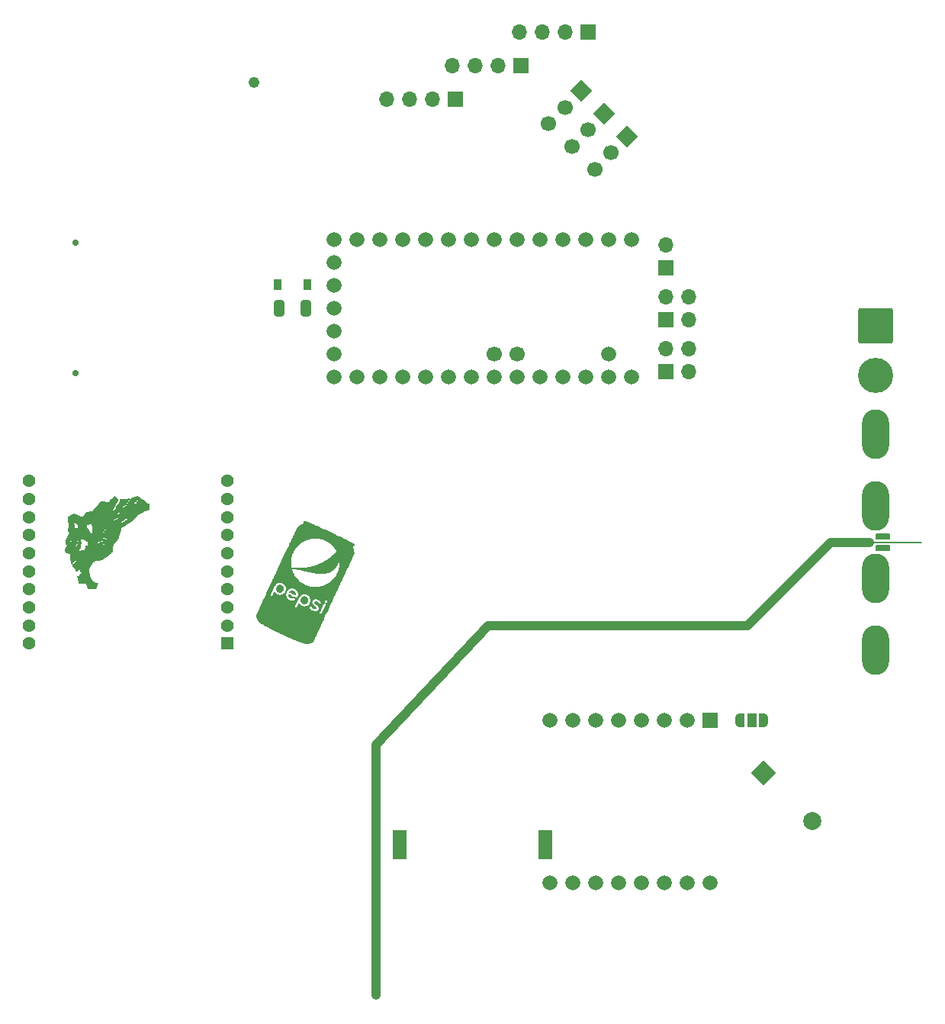
<source format=gbr>
%TF.GenerationSoftware,KiCad,Pcbnew,(6.0.5)*%
%TF.CreationDate,2024-11-08T16:15:15+00:00*%
%TF.ProjectId,Main Board,4d61696e-2042-46f6-9172-642e6b696361,rev?*%
%TF.SameCoordinates,Original*%
%TF.FileFunction,Soldermask,Top*%
%TF.FilePolarity,Negative*%
%FSLAX46Y46*%
G04 Gerber Fmt 4.6, Leading zero omitted, Abs format (unit mm)*
G04 Created by KiCad (PCBNEW (6.0.5)) date 2024-11-08 16:15:15*
%MOMM*%
%LPD*%
G01*
G04 APERTURE LIST*
G04 Aperture macros list*
%AMRoundRect*
0 Rectangle with rounded corners*
0 $1 Rounding radius*
0 $2 $3 $4 $5 $6 $7 $8 $9 X,Y pos of 4 corners*
0 Add a 4 corners polygon primitive as box body*
4,1,4,$2,$3,$4,$5,$6,$7,$8,$9,$2,$3,0*
0 Add four circle primitives for the rounded corners*
1,1,$1+$1,$2,$3*
1,1,$1+$1,$4,$5*
1,1,$1+$1,$6,$7*
1,1,$1+$1,$8,$9*
0 Add four rect primitives between the rounded corners*
20,1,$1+$1,$2,$3,$4,$5,0*
20,1,$1+$1,$4,$5,$6,$7,0*
20,1,$1+$1,$6,$7,$8,$9,0*
20,1,$1+$1,$8,$9,$2,$3,0*%
%AMHorizOval*
0 Thick line with rounded ends*
0 $1 width*
0 $2 $3 position (X,Y) of the first rounded end (center of the circle)*
0 $4 $5 position (X,Y) of the second rounded end (center of the circle)*
0 Add line between two ends*
20,1,$1,$2,$3,$4,$5,0*
0 Add two circle primitives to create the rounded ends*
1,1,$1,$2,$3*
1,1,$1,$4,$5*%
%AMRotRect*
0 Rectangle, with rotation*
0 The origin of the aperture is its center*
0 $1 length*
0 $2 width*
0 $3 Rotation angle, in degrees counterclockwise*
0 Add horizontal line*
21,1,$1,$2,0,0,$3*%
%AMFreePoly0*
4,1,22,0.550000,-0.750000,0.000000,-0.750000,0.000000,-0.745033,-0.079941,-0.743568,-0.215256,-0.701293,-0.333266,-0.622738,-0.424486,-0.514219,-0.481581,-0.384460,-0.499164,-0.250000,-0.500000,-0.250000,-0.500000,0.250000,-0.499164,0.250000,-0.499963,0.256109,-0.478152,0.396186,-0.417904,0.524511,-0.324060,0.630769,-0.204165,0.706417,-0.067858,0.745374,0.000000,0.744959,0.000000,0.750000,
0.550000,0.750000,0.550000,-0.750000,0.550000,-0.750000,$1*%
%AMFreePoly1*
4,1,20,0.000000,0.744959,0.073905,0.744508,0.209726,0.703889,0.328688,0.626782,0.421226,0.519385,0.479903,0.390333,0.500000,0.250000,0.500000,-0.250000,0.499851,-0.262216,0.476331,-0.402017,0.414519,-0.529596,0.319384,-0.634700,0.198574,-0.708877,0.061801,-0.746166,0.000000,-0.745033,0.000000,-0.750000,-0.550000,-0.750000,-0.550000,0.750000,0.000000,0.750000,0.000000,0.744959,
0.000000,0.744959,$1*%
G04 Aperture macros list end*
%ADD10C,1.000000*%
%ADD11C,0.150000*%
%ADD12C,0.200000*%
%ADD13RoundRect,0.250002X-1.699998X1.699998X-1.699998X-1.699998X1.699998X-1.699998X1.699998X1.699998X0*%
%ADD14C,3.900000*%
%ADD15FreePoly0,180.000000*%
%ADD16R,1.000000X1.500000*%
%ADD17FreePoly1,180.000000*%
%ADD18R,1.431000X1.431000*%
%ADD19C,1.431000*%
%ADD20R,0.900000X1.200000*%
%ADD21RotRect,2.000000X2.000000X315.000000*%
%ADD22C,2.000000*%
%ADD23O,3.000000X5.500000*%
%ADD24RoundRect,0.250000X-0.325000X-0.650000X0.325000X-0.650000X0.325000X0.650000X-0.325000X0.650000X0*%
%ADD25RoundRect,0.047059X0.752941X1.552941X-0.752941X1.552941X-0.752941X-1.552941X0.752941X-1.552941X0*%
%ADD26R,1.665000X1.665000*%
%ADD27C,1.665000*%
%ADD28RotRect,1.700000X1.700000X135.000000*%
%ADD29HorizOval,1.700000X0.000000X0.000000X0.000000X0.000000X0*%
%ADD30C,1.700000*%
%ADD31R,1.700000X1.700000*%
%ADD32O,1.700000X1.700000*%
%ADD33C,0.700000*%
%ADD34C,1.210000*%
G04 APERTURE END LIST*
D10*
X145300000Y-110000000D02*
X141000000Y-110000000D01*
X131750000Y-119250000D02*
X103000000Y-119250000D01*
D11*
X151100000Y-110000000D02*
X145300000Y-110000000D01*
D12*
X146100000Y-109100000D02*
X147500000Y-109100000D01*
X147500000Y-109100000D02*
X147500000Y-109600000D01*
X147500000Y-109600000D02*
X146100000Y-109600000D01*
X146100000Y-109600000D02*
X146100000Y-109100000D01*
G36*
X146100000Y-109100000D02*
G01*
X147500000Y-109100000D01*
X147500000Y-109600000D01*
X146100000Y-109600000D01*
X146100000Y-109100000D01*
G37*
D10*
X103000000Y-119250000D02*
X90500000Y-132500000D01*
D12*
X146100000Y-110400000D02*
X147500000Y-110400000D01*
X147500000Y-110400000D02*
X147500000Y-110900000D01*
X147500000Y-110900000D02*
X146100000Y-110900000D01*
X146100000Y-110900000D02*
X146100000Y-110400000D01*
G36*
X146100000Y-110400000D02*
G01*
X147500000Y-110400000D01*
X147500000Y-110900000D01*
X146100000Y-110900000D01*
X146100000Y-110400000D01*
G37*
D10*
X90500000Y-132500000D02*
X90500000Y-160250000D01*
X141000000Y-110000000D02*
X131750000Y-119250000D01*
%TO.C,G\u002A\u002A\u002A*%
G36*
X81311502Y-115357976D02*
G01*
X81369351Y-115372425D01*
X81421694Y-115393993D01*
X81426359Y-115396429D01*
X81479900Y-115430697D01*
X81527887Y-115473087D01*
X81569672Y-115522643D01*
X81604610Y-115578411D01*
X81632055Y-115639435D01*
X81651362Y-115704761D01*
X81657735Y-115738561D01*
X81660802Y-115764617D01*
X81662458Y-115792119D01*
X81662773Y-115819057D01*
X81661816Y-115843417D01*
X81659655Y-115863187D01*
X81656361Y-115876352D01*
X81652855Y-115880811D01*
X81646880Y-115880038D01*
X81633025Y-115877212D01*
X81613418Y-115872792D01*
X81592471Y-115867796D01*
X81558325Y-115858980D01*
X81526148Y-115849513D01*
X81494652Y-115838823D01*
X81462547Y-115826336D01*
X81428546Y-115811480D01*
X81391358Y-115793684D01*
X81349696Y-115772372D01*
X81302271Y-115746973D01*
X81247793Y-115716912D01*
X81227547Y-115705591D01*
X81168353Y-115673438D01*
X81115324Y-115647035D01*
X81066575Y-115625678D01*
X81020225Y-115608656D01*
X80974393Y-115595262D01*
X80927195Y-115584786D01*
X80889487Y-115578378D01*
X80840071Y-115570908D01*
X80852637Y-115548385D01*
X80866993Y-115527277D01*
X80887708Y-115502846D01*
X80912514Y-115477421D01*
X80939139Y-115453335D01*
X80964860Y-115433235D01*
X80994732Y-115415091D01*
X81031761Y-115397266D01*
X81072817Y-115380903D01*
X81114771Y-115367136D01*
X81154493Y-115357110D01*
X81187873Y-115352038D01*
X81250292Y-115351047D01*
X81311502Y-115357976D01*
G37*
G36*
X79921936Y-114721845D02*
G01*
X79982975Y-114733227D01*
X80041495Y-114754141D01*
X80096726Y-114784429D01*
X80147897Y-114823932D01*
X80159671Y-114834944D01*
X80189908Y-114866270D01*
X80213664Y-114896062D01*
X80233427Y-114927888D01*
X80251688Y-114965315D01*
X80253493Y-114969423D01*
X80275429Y-115032387D01*
X80287250Y-115097392D01*
X80288956Y-115164435D01*
X80280547Y-115233513D01*
X80273706Y-115264303D01*
X80263971Y-115295053D01*
X80249663Y-115330298D01*
X80232513Y-115366363D01*
X80214247Y-115399570D01*
X80199186Y-115422735D01*
X80177822Y-115449664D01*
X80151980Y-115478160D01*
X80124519Y-115505323D01*
X80098297Y-115528252D01*
X80085939Y-115537655D01*
X80064784Y-115550412D01*
X80036592Y-115564273D01*
X80004296Y-115578090D01*
X79970834Y-115590715D01*
X79939143Y-115601001D01*
X79912158Y-115607797D01*
X79902472Y-115609394D01*
X79841855Y-115611944D01*
X79780076Y-115604898D01*
X79718907Y-115588552D01*
X79677399Y-115571735D01*
X79618633Y-115539017D01*
X79566633Y-115499252D01*
X79521845Y-115453292D01*
X79484714Y-115401990D01*
X79455685Y-115346194D01*
X79435203Y-115286758D01*
X79423713Y-115224533D01*
X79421660Y-115160371D01*
X79429161Y-115096803D01*
X79437673Y-115064318D01*
X79451012Y-115027185D01*
X79467786Y-114988405D01*
X79486603Y-114950977D01*
X79506067Y-114917904D01*
X79523373Y-114893875D01*
X79569346Y-114844518D01*
X79618826Y-114804093D01*
X79673556Y-114771363D01*
X79731404Y-114746489D01*
X79795381Y-114728318D01*
X79859148Y-114720156D01*
X79921936Y-114721845D01*
G37*
G36*
X78944687Y-119671725D02*
G01*
X78796106Y-119595215D01*
X78653650Y-119520513D01*
X78517560Y-119447760D01*
X78388075Y-119377097D01*
X78265433Y-119308666D01*
X78149876Y-119242608D01*
X78041640Y-119179064D01*
X77940966Y-119118176D01*
X77901875Y-119093724D01*
X77848095Y-119060086D01*
X77763262Y-119004933D01*
X77686711Y-118952860D01*
X77618678Y-118904008D01*
X77559404Y-118858519D01*
X77509127Y-118816532D01*
X77468088Y-118778191D01*
X77453797Y-118763354D01*
X77430903Y-118736995D01*
X77415689Y-118715119D01*
X77407379Y-118696293D01*
X77405199Y-118679083D01*
X77405615Y-118674095D01*
X77406325Y-118664225D01*
X77404925Y-118655176D01*
X77401578Y-118646971D01*
X77400450Y-118644205D01*
X77391932Y-118628559D01*
X77386081Y-118618511D01*
X77358824Y-118570664D01*
X77335049Y-118525480D01*
X77313465Y-118480167D01*
X77292780Y-118431936D01*
X77271705Y-118377997D01*
X77259458Y-118344824D01*
X77243236Y-118299213D01*
X77230735Y-118261457D01*
X77221627Y-118229913D01*
X77215584Y-118202948D01*
X77212275Y-118178921D01*
X77211371Y-118156195D01*
X77212541Y-118133132D01*
X77214047Y-118118920D01*
X77216398Y-118112801D01*
X77223016Y-118097576D01*
X77233790Y-118073483D01*
X77248609Y-118040758D01*
X77267361Y-117999643D01*
X77289936Y-117950371D01*
X77315575Y-117894594D01*
X84241108Y-117894594D01*
X84241421Y-117896063D01*
X84246279Y-117899282D01*
X84259018Y-117906104D01*
X84278159Y-117915782D01*
X84302229Y-117927571D01*
X84329748Y-117940724D01*
X84330250Y-117940961D01*
X84363555Y-117956409D01*
X84388879Y-117967447D01*
X84407358Y-117974492D01*
X84420131Y-117977966D01*
X84428335Y-117978288D01*
X84430106Y-117977821D01*
X84432800Y-117975488D01*
X84436946Y-117969677D01*
X84442759Y-117959953D01*
X84450449Y-117945882D01*
X84460228Y-117927027D01*
X84472305Y-117902951D01*
X84486894Y-117873222D01*
X84504204Y-117837400D01*
X84524448Y-117795052D01*
X84547835Y-117745742D01*
X84574578Y-117689034D01*
X84604888Y-117624491D01*
X84638975Y-117551681D01*
X84677052Y-117470164D01*
X84699162Y-117422766D01*
X84740021Y-117335068D01*
X84776641Y-117256292D01*
X84809207Y-117186035D01*
X84837897Y-117123894D01*
X84862892Y-117069467D01*
X84884375Y-117022348D01*
X84902525Y-116982139D01*
X84917523Y-116948432D01*
X84929552Y-116920827D01*
X84938792Y-116898921D01*
X84945424Y-116882309D01*
X84949626Y-116870589D01*
X84951583Y-116863358D01*
X84951650Y-116860523D01*
X84946787Y-116854389D01*
X84935498Y-116846262D01*
X84916951Y-116835655D01*
X84890309Y-116822082D01*
X84863175Y-116809031D01*
X84831475Y-116794281D01*
X84807596Y-116783803D01*
X84790194Y-116777119D01*
X84777931Y-116773748D01*
X84769467Y-116773211D01*
X84765530Y-116774094D01*
X84762911Y-116776002D01*
X84759293Y-116780441D01*
X84754444Y-116787885D01*
X84748135Y-116798808D01*
X84740136Y-116813680D01*
X84730216Y-116832974D01*
X84718146Y-116857164D01*
X84703694Y-116886724D01*
X84686630Y-116922123D01*
X84666725Y-116963836D01*
X84643747Y-117012336D01*
X84617468Y-117068095D01*
X84587655Y-117131585D01*
X84554080Y-117203280D01*
X84516512Y-117283653D01*
X84497861Y-117323591D01*
X84458258Y-117408455D01*
X84422823Y-117484470D01*
X84391335Y-117552128D01*
X84363574Y-117611918D01*
X84339321Y-117664333D01*
X84318354Y-117709865D01*
X84300456Y-117749004D01*
X84285406Y-117782240D01*
X84272982Y-117810066D01*
X84262966Y-117832971D01*
X84255138Y-117851449D01*
X84249277Y-117865988D01*
X84245163Y-117877082D01*
X84242577Y-117885220D01*
X84241299Y-117890893D01*
X84241108Y-117894594D01*
X77315575Y-117894594D01*
X77316223Y-117893184D01*
X77346109Y-117828318D01*
X77379484Y-117756011D01*
X77416238Y-117676502D01*
X77456258Y-117590027D01*
X77499434Y-117496825D01*
X77545655Y-117397135D01*
X77594808Y-117291192D01*
X77646784Y-117179238D01*
X77663698Y-117142826D01*
X81529815Y-117142826D01*
X81530002Y-117144348D01*
X81536466Y-117151364D01*
X81550693Y-117161105D01*
X81570782Y-117172682D01*
X81594835Y-117185206D01*
X81620951Y-117197790D01*
X81647232Y-117209543D01*
X81671778Y-117219579D01*
X81692691Y-117227008D01*
X81708069Y-117230943D01*
X81715158Y-117230959D01*
X81718731Y-117228103D01*
X81723835Y-117221243D01*
X81730782Y-117209773D01*
X81739875Y-117193080D01*
X81747591Y-117178031D01*
X83136180Y-117178031D01*
X83138421Y-117187777D01*
X83144008Y-117202261D01*
X83152775Y-117222301D01*
X83192720Y-117300400D01*
X83239957Y-117372166D01*
X83293928Y-117436907D01*
X83354074Y-117493931D01*
X83399966Y-117529175D01*
X83443947Y-117556637D01*
X83495193Y-117583095D01*
X83550989Y-117607503D01*
X83608619Y-117628816D01*
X83665368Y-117645987D01*
X83718520Y-117657972D01*
X83744564Y-117661894D01*
X83808282Y-117665172D01*
X83870423Y-117659998D01*
X83929569Y-117646716D01*
X83984299Y-117625669D01*
X84033198Y-117597201D01*
X84043719Y-117589449D01*
X84085700Y-117550876D01*
X84120975Y-117505649D01*
X84148596Y-117455430D01*
X84167613Y-117401880D01*
X84176028Y-117357490D01*
X84178744Y-117322970D01*
X84177861Y-117292437D01*
X84172856Y-117262670D01*
X84163206Y-117230451D01*
X84149775Y-117195871D01*
X84136502Y-117166315D01*
X84122062Y-117139430D01*
X84105485Y-117114173D01*
X84085799Y-117089506D01*
X84062035Y-117064389D01*
X84033221Y-117037778D01*
X83998387Y-117008635D01*
X83956563Y-116975919D01*
X83918330Y-116947166D01*
X83916554Y-116945831D01*
X83869496Y-116910530D01*
X83830167Y-116880110D01*
X83797718Y-116853711D01*
X83771302Y-116830476D01*
X83750071Y-116809549D01*
X83733177Y-116790070D01*
X83719772Y-116771184D01*
X83709007Y-116752031D01*
X83700035Y-116731755D01*
X83696988Y-116723765D01*
X83689103Y-116700647D01*
X83685059Y-116683447D01*
X83684249Y-116668779D01*
X83685224Y-116658573D01*
X83694762Y-116625137D01*
X83712648Y-116596481D01*
X83737838Y-116573110D01*
X83769286Y-116555529D01*
X83805951Y-116544243D01*
X83846788Y-116539757D01*
X83890752Y-116542578D01*
X83915216Y-116547267D01*
X83940769Y-116555020D01*
X83971320Y-116566891D01*
X84003273Y-116581286D01*
X84033036Y-116596605D01*
X84052666Y-116608330D01*
X84099253Y-116644736D01*
X84142106Y-116690576D01*
X84180975Y-116745572D01*
X84192028Y-116764176D01*
X84203546Y-116781986D01*
X84214412Y-116794628D01*
X84220772Y-116799176D01*
X84232174Y-116801120D01*
X84249799Y-116799864D01*
X84274498Y-116795251D01*
X84307125Y-116787125D01*
X84345922Y-116776102D01*
X84371426Y-116768354D01*
X84388945Y-116762361D01*
X84400464Y-116757232D01*
X84407971Y-116752080D01*
X84413455Y-116746013D01*
X84413597Y-116745822D01*
X84418482Y-116738490D01*
X84420116Y-116731726D01*
X84418152Y-116722687D01*
X84412246Y-116708540D01*
X84407915Y-116699111D01*
X84383498Y-116654021D01*
X84351767Y-116607175D01*
X84314783Y-116561128D01*
X84309881Y-116555919D01*
X84832959Y-116555919D01*
X84836295Y-116582053D01*
X84844312Y-116610136D01*
X84855501Y-116635713D01*
X84865065Y-116650570D01*
X84890512Y-116674571D01*
X84922237Y-116692265D01*
X84957610Y-116702560D01*
X84994001Y-116704359D01*
X84994251Y-116704339D01*
X85025809Y-116698397D01*
X85054150Y-116685182D01*
X85081667Y-116663473D01*
X85089757Y-116655492D01*
X85111880Y-116625970D01*
X85125223Y-116593087D01*
X85130055Y-116558446D01*
X85126646Y-116523645D01*
X85115265Y-116490286D01*
X85096180Y-116459969D01*
X85069662Y-116434292D01*
X85050469Y-116421877D01*
X85017403Y-116409381D01*
X84981917Y-116405758D01*
X84946200Y-116410650D01*
X84912443Y-116423700D01*
X84882834Y-116444549D01*
X84876979Y-116450266D01*
X84856591Y-116477148D01*
X84841706Y-116508403D01*
X84833813Y-116540455D01*
X84832959Y-116555919D01*
X84309881Y-116555919D01*
X84274606Y-116518437D01*
X84233297Y-116481660D01*
X84231593Y-116480302D01*
X84185750Y-116447275D01*
X84134628Y-116416159D01*
X84080935Y-116388314D01*
X84027381Y-116365098D01*
X83976676Y-116347868D01*
X83957693Y-116342932D01*
X83899427Y-116331801D01*
X83846284Y-116327296D01*
X83795411Y-116329493D01*
X83743956Y-116338471D01*
X83702718Y-116349874D01*
X83656003Y-116366615D01*
X83617094Y-116385471D01*
X83583500Y-116407867D01*
X83552729Y-116435226D01*
X83551819Y-116436143D01*
X83511710Y-116482919D01*
X83481498Y-116531924D01*
X83461247Y-116582751D01*
X83451023Y-116634992D01*
X83450892Y-116688240D01*
X83460918Y-116742087D01*
X83481168Y-116796124D01*
X83490833Y-116815284D01*
X83511820Y-116850783D01*
X83536210Y-116885186D01*
X83564893Y-116919386D01*
X83598769Y-116954276D01*
X83638728Y-116990749D01*
X83685664Y-117029696D01*
X83740472Y-117072010D01*
X83769742Y-117093708D01*
X83809680Y-117123345D01*
X83841993Y-117148282D01*
X83867667Y-117169509D01*
X83887688Y-117188014D01*
X83903042Y-117204786D01*
X83914714Y-117220815D01*
X83923690Y-117237086D01*
X83930957Y-117254589D01*
X83931406Y-117255828D01*
X83939362Y-117291648D01*
X83937676Y-117326053D01*
X83927026Y-117357843D01*
X83908085Y-117385822D01*
X83881530Y-117408792D01*
X83848035Y-117425555D01*
X83833068Y-117430196D01*
X83785186Y-117437582D01*
X83734625Y-117435950D01*
X83682618Y-117425828D01*
X83630400Y-117407747D01*
X83579207Y-117382236D01*
X83530271Y-117349822D01*
X83484829Y-117311038D01*
X83444113Y-117266410D01*
X83440509Y-117261852D01*
X83418455Y-117232156D01*
X83400107Y-117203732D01*
X83382813Y-117172266D01*
X83372328Y-117151156D01*
X83361607Y-117130754D01*
X83351867Y-117115482D01*
X83344454Y-117107415D01*
X83343683Y-117106980D01*
X83334001Y-117106231D01*
X83315610Y-117108497D01*
X83289613Y-117113612D01*
X83271503Y-117117814D01*
X83233005Y-117127151D01*
X83203308Y-117134423D01*
X83181200Y-117140048D01*
X83165463Y-117144444D01*
X83154888Y-117148029D01*
X83148257Y-117151223D01*
X83144358Y-117154442D01*
X83141976Y-117158104D01*
X83139897Y-117162629D01*
X83139615Y-117163239D01*
X83136755Y-117170644D01*
X83136180Y-117178031D01*
X81747591Y-117178031D01*
X81751422Y-117170559D01*
X81765728Y-117141598D01*
X81783102Y-117105590D01*
X81803849Y-117061926D01*
X81828276Y-117009996D01*
X81852662Y-116957829D01*
X81878217Y-116903307D01*
X81901764Y-116853596D01*
X81922997Y-116809318D01*
X81941611Y-116771092D01*
X81957298Y-116739538D01*
X81969754Y-116715276D01*
X81978671Y-116698925D01*
X81983745Y-116691105D01*
X81984618Y-116690502D01*
X81990242Y-116695806D01*
X81996711Y-116707589D01*
X81999242Y-116713857D01*
X82011955Y-116741998D01*
X82030871Y-116774947D01*
X82054503Y-116810636D01*
X82081360Y-116846993D01*
X82109957Y-116881948D01*
X82138805Y-116913431D01*
X82152036Y-116926449D01*
X82208259Y-116973032D01*
X82271654Y-117013860D01*
X82340296Y-117048044D01*
X82412256Y-117074699D01*
X82485610Y-117092935D01*
X82526725Y-117099155D01*
X82561290Y-117101462D01*
X82601793Y-117101544D01*
X82644129Y-117099554D01*
X82684195Y-117095647D01*
X82705320Y-117092466D01*
X82745433Y-117083233D01*
X82789815Y-117069472D01*
X82834391Y-117052661D01*
X82875084Y-117034280D01*
X82895050Y-117023626D01*
X82953468Y-116986628D01*
X83004745Y-116946327D01*
X83052031Y-116900095D01*
X83076236Y-116872664D01*
X83126221Y-116805659D01*
X83167672Y-116733641D01*
X83200279Y-116657593D01*
X83223734Y-116578493D01*
X83237732Y-116497327D01*
X83241966Y-116415072D01*
X83238616Y-116353930D01*
X83225430Y-116273183D01*
X83202791Y-116195985D01*
X83171152Y-116122981D01*
X83130960Y-116054811D01*
X83082666Y-115992119D01*
X83026719Y-115935546D01*
X82963569Y-115885737D01*
X82893666Y-115843333D01*
X82874581Y-115833669D01*
X82796720Y-115801167D01*
X82717959Y-115778841D01*
X82638822Y-115766642D01*
X82559827Y-115764523D01*
X82481498Y-115772440D01*
X82404353Y-115790345D01*
X82328914Y-115818191D01*
X82255701Y-115855932D01*
X82197742Y-115894195D01*
X82168866Y-115917075D01*
X82138488Y-115944223D01*
X82109254Y-115973049D01*
X82083814Y-116000966D01*
X82067491Y-116021569D01*
X82056725Y-116037026D01*
X82045566Y-116054135D01*
X82033730Y-116073463D01*
X82020930Y-116095580D01*
X82006879Y-116121054D01*
X81991291Y-116150455D01*
X81973880Y-116184350D01*
X81954360Y-116223307D01*
X81932446Y-116267896D01*
X81907850Y-116318685D01*
X81880287Y-116376241D01*
X81849470Y-116441135D01*
X81815114Y-116513936D01*
X81776931Y-116595209D01*
X81751823Y-116648800D01*
X81714020Y-116729625D01*
X81680439Y-116801598D01*
X81650871Y-116865187D01*
X81625106Y-116920860D01*
X81602934Y-116969084D01*
X81584146Y-117010327D01*
X81568534Y-117045055D01*
X81555887Y-117073738D01*
X81545997Y-117096843D01*
X81538654Y-117114836D01*
X81533649Y-117128186D01*
X81530772Y-117137360D01*
X81529815Y-117142826D01*
X77663698Y-117142826D01*
X77694901Y-117075652D01*
X77701471Y-117061507D01*
X77758758Y-116938239D01*
X77818534Y-116809671D01*
X77880687Y-116676042D01*
X77945108Y-116537589D01*
X78011682Y-116394550D01*
X78080303Y-116247164D01*
X78137936Y-116123409D01*
X78150855Y-116095667D01*
X78223229Y-115940298D01*
X78259147Y-115863209D01*
X78809256Y-115863209D01*
X78810000Y-115878797D01*
X78814737Y-115885921D01*
X78821802Y-115890222D01*
X78836574Y-115897906D01*
X78857348Y-115908129D01*
X78882418Y-115920050D01*
X78904245Y-115930161D01*
X78938041Y-115945241D01*
X78963608Y-115955700D01*
X78981792Y-115961840D01*
X78993435Y-115963962D01*
X78997628Y-115963432D01*
X79001304Y-115960165D01*
X79006936Y-115952032D01*
X79014796Y-115938494D01*
X79025155Y-115919011D01*
X79038282Y-115893042D01*
X79054451Y-115860049D01*
X79073930Y-115819489D01*
X79096992Y-115770824D01*
X79123906Y-115713515D01*
X79136255Y-115687098D01*
X79263329Y-115414967D01*
X79278686Y-115447204D01*
X79318078Y-115518840D01*
X79365102Y-115585001D01*
X79418874Y-115644772D01*
X79478513Y-115697238D01*
X79543137Y-115741483D01*
X79583274Y-115763373D01*
X79659497Y-115795761D01*
X79736915Y-115818100D01*
X79814945Y-115830412D01*
X79892999Y-115832719D01*
X79970494Y-115825043D01*
X80046843Y-115807405D01*
X80117562Y-115781268D01*
X80564730Y-115781268D01*
X80566157Y-115864028D01*
X80570831Y-115906947D01*
X80577197Y-115939162D01*
X80587613Y-115977136D01*
X80601010Y-116017915D01*
X80616317Y-116058548D01*
X80632467Y-116096079D01*
X80648389Y-116127556D01*
X80654381Y-116137674D01*
X80702188Y-116205408D01*
X80755503Y-116264643D01*
X80815069Y-116316035D01*
X80881625Y-116360238D01*
X80942841Y-116391995D01*
X81021633Y-116423448D01*
X81102066Y-116445908D01*
X81182968Y-116459206D01*
X81263164Y-116463171D01*
X81341484Y-116457632D01*
X81366488Y-116453731D01*
X81392079Y-116448142D01*
X81421342Y-116440105D01*
X81451973Y-116430431D01*
X81481668Y-116419932D01*
X81508123Y-116409423D01*
X81529033Y-116399713D01*
X81541668Y-116391968D01*
X81551503Y-116382067D01*
X81553852Y-116372047D01*
X81552326Y-116363732D01*
X81547253Y-116352499D01*
X81536986Y-116335771D01*
X81522782Y-116315146D01*
X81505901Y-116292222D01*
X81487603Y-116268594D01*
X81469146Y-116245860D01*
X81451789Y-116225615D01*
X81436791Y-116209457D01*
X81425411Y-116198984D01*
X81419921Y-116195801D01*
X81412204Y-116196847D01*
X81397229Y-116200890D01*
X81377376Y-116207238D01*
X81361194Y-116212920D01*
X81308293Y-116229122D01*
X81258119Y-116237687D01*
X81207063Y-116239121D01*
X81184400Y-116237711D01*
X81118144Y-116227284D01*
X81056449Y-116207687D01*
X80999059Y-116178791D01*
X80945715Y-116140462D01*
X80896160Y-116092571D01*
X80893576Y-116089700D01*
X80859171Y-116045275D01*
X80829929Y-115995636D01*
X80807006Y-115943304D01*
X80791559Y-115890796D01*
X80785760Y-115854749D01*
X80784040Y-115828464D01*
X80784055Y-115804319D01*
X80785651Y-115784425D01*
X80788674Y-115770890D01*
X80792241Y-115765965D01*
X80801578Y-115765284D01*
X80818520Y-115766446D01*
X80840585Y-115769117D01*
X80865293Y-115772963D01*
X80890162Y-115777650D01*
X80906887Y-115781386D01*
X80932746Y-115788149D01*
X80956879Y-115795732D01*
X80980648Y-115804825D01*
X81005419Y-115816116D01*
X81032552Y-115830294D01*
X81063414Y-115848048D01*
X81099366Y-115870067D01*
X81141772Y-115897040D01*
X81163268Y-115910941D01*
X81245840Y-115961362D01*
X81325208Y-116003120D01*
X81402780Y-116036783D01*
X81479966Y-116062919D01*
X81558172Y-116082096D01*
X81610189Y-116091092D01*
X81646495Y-116095458D01*
X81683063Y-116098173D01*
X81717646Y-116099204D01*
X81747997Y-116098520D01*
X81771869Y-116096086D01*
X81782669Y-116093607D01*
X81793588Y-116089648D01*
X81801364Y-116084729D01*
X81807805Y-116076649D01*
X81814719Y-116063204D01*
X81822848Y-116044687D01*
X81835831Y-116009833D01*
X81848122Y-115968498D01*
X81858788Y-115924521D01*
X81866898Y-115881735D01*
X81871482Y-115844461D01*
X81873423Y-115797799D01*
X81872747Y-115746564D01*
X81869567Y-115696132D01*
X81868128Y-115681846D01*
X81863355Y-115654291D01*
X81854847Y-115620282D01*
X81843532Y-115582571D01*
X81830339Y-115543908D01*
X81816196Y-115507047D01*
X81802030Y-115474735D01*
X81791181Y-115453796D01*
X81747446Y-115386554D01*
X81698174Y-115327708D01*
X81642561Y-115276524D01*
X81579807Y-115232270D01*
X81509113Y-115194211D01*
X81506344Y-115192917D01*
X81427439Y-115161530D01*
X81347720Y-115140349D01*
X81267408Y-115129401D01*
X81186722Y-115128712D01*
X81105878Y-115138308D01*
X81087109Y-115142011D01*
X81052551Y-115151201D01*
X81013025Y-115164724D01*
X80971753Y-115181230D01*
X80931953Y-115199371D01*
X80896848Y-115217800D01*
X80877132Y-115229920D01*
X80809809Y-115280983D01*
X80749876Y-115338666D01*
X80697677Y-115402211D01*
X80653556Y-115470857D01*
X80617857Y-115543847D01*
X80590925Y-115620418D01*
X80573101Y-115699811D01*
X80564730Y-115781268D01*
X80117562Y-115781268D01*
X80121461Y-115779827D01*
X80193763Y-115742331D01*
X80196752Y-115740533D01*
X80263908Y-115693967D01*
X80324112Y-115639793D01*
X80377283Y-115578099D01*
X80423341Y-115508974D01*
X80449482Y-115459989D01*
X80483353Y-115379734D01*
X80506912Y-115299227D01*
X80520169Y-115218407D01*
X80523126Y-115137211D01*
X80515791Y-115055575D01*
X80498226Y-114973636D01*
X80472001Y-114897587D01*
X80436799Y-114826242D01*
X80393095Y-114760164D01*
X80341366Y-114699916D01*
X80282084Y-114646063D01*
X80215728Y-114599168D01*
X80153597Y-114564945D01*
X80077044Y-114532799D01*
X80000296Y-114510871D01*
X79922694Y-114499073D01*
X79843578Y-114497312D01*
X79762286Y-114505502D01*
X79742125Y-114508985D01*
X79706860Y-114517314D01*
X79667165Y-114529577D01*
X79626007Y-114544616D01*
X79586359Y-114561275D01*
X79551186Y-114578394D01*
X79525416Y-114593501D01*
X79477837Y-114627129D01*
X79435544Y-114661802D01*
X79397260Y-114699008D01*
X79361705Y-114740232D01*
X79327598Y-114786967D01*
X79293661Y-114840699D01*
X79258613Y-114902915D01*
X79257317Y-114905328D01*
X79248895Y-114921620D01*
X79236939Y-114945621D01*
X79221810Y-114976562D01*
X79203871Y-115013668D01*
X79183480Y-115056167D01*
X79161002Y-115103287D01*
X79136795Y-115154256D01*
X79111222Y-115208302D01*
X79084644Y-115264652D01*
X79057421Y-115322535D01*
X79029916Y-115381176D01*
X79002489Y-115439806D01*
X78975502Y-115497651D01*
X78949316Y-115553940D01*
X78924292Y-115607900D01*
X78900791Y-115658758D01*
X78879175Y-115705743D01*
X78859804Y-115748082D01*
X78843040Y-115785004D01*
X78829245Y-115815735D01*
X78818779Y-115839504D01*
X78812004Y-115855538D01*
X78809280Y-115863065D01*
X78809256Y-115863209D01*
X78259147Y-115863209D01*
X78297314Y-115781295D01*
X78373000Y-115618896D01*
X78450173Y-115453338D01*
X78528725Y-115284861D01*
X78608542Y-115113700D01*
X78689514Y-114940094D01*
X78771530Y-114764282D01*
X78854480Y-114586503D01*
X78938251Y-114406990D01*
X79022732Y-114225986D01*
X79107813Y-114043726D01*
X79161672Y-113928368D01*
X79193382Y-113860450D01*
X79279328Y-113676393D01*
X79365541Y-113491797D01*
X79398685Y-113420839D01*
X79451908Y-113306896D01*
X79538319Y-113121930D01*
X79613973Y-112960013D01*
X81199449Y-112960013D01*
X81209129Y-112999192D01*
X81214851Y-113019399D01*
X81223856Y-113047524D01*
X81235534Y-113081927D01*
X81249277Y-113120969D01*
X81264476Y-113163010D01*
X81280525Y-113206411D01*
X81296814Y-113249531D01*
X81312736Y-113290731D01*
X81327681Y-113328371D01*
X81341043Y-113360813D01*
X81352212Y-113386416D01*
X81354974Y-113392368D01*
X81430313Y-113541345D01*
X81511706Y-113682262D01*
X81599510Y-113815673D01*
X81694087Y-113942126D01*
X81789434Y-114055079D01*
X81813321Y-114081651D01*
X81833920Y-114104141D01*
X81853007Y-114124351D01*
X81872354Y-114144087D01*
X81893733Y-114165153D01*
X81918920Y-114189353D01*
X81949687Y-114218494D01*
X81954368Y-114222907D01*
X82061457Y-114319073D01*
X82169828Y-114406584D01*
X82281272Y-114486667D01*
X82397578Y-114560542D01*
X82520540Y-114629434D01*
X82630198Y-114684305D01*
X82690087Y-114712417D01*
X82743328Y-114736453D01*
X82792281Y-114757368D01*
X82839310Y-114776113D01*
X82886775Y-114793643D01*
X82937038Y-114810911D01*
X82972446Y-114822486D01*
X83124889Y-114866378D01*
X83280801Y-114901296D01*
X83438755Y-114927023D01*
X83597324Y-114943347D01*
X83755080Y-114950050D01*
X83819761Y-114949961D01*
X83983883Y-114942770D01*
X84145177Y-114926051D01*
X84303114Y-114899875D01*
X84457165Y-114864315D01*
X84470832Y-114860654D01*
X84496577Y-114853716D01*
X84520302Y-114847390D01*
X84539351Y-114842381D01*
X84550954Y-114839420D01*
X84566005Y-114834979D01*
X84589140Y-114827163D01*
X84618906Y-114816534D01*
X84653851Y-114803659D01*
X84692522Y-114789099D01*
X84733466Y-114773418D01*
X84775229Y-114757181D01*
X84816358Y-114740951D01*
X84855402Y-114725292D01*
X84890907Y-114710767D01*
X84921418Y-114697940D01*
X84945485Y-114687374D01*
X84957778Y-114681596D01*
X85044228Y-114637624D01*
X85123614Y-114594211D01*
X85198923Y-114549568D01*
X85273140Y-114501901D01*
X85349250Y-114449422D01*
X85372127Y-114433029D01*
X85417676Y-114399122D01*
X85465446Y-114361738D01*
X85513256Y-114322697D01*
X85558922Y-114283818D01*
X85600261Y-114246921D01*
X85634745Y-114214167D01*
X85648764Y-114200439D01*
X85659803Y-114189929D01*
X85665972Y-114184425D01*
X85666574Y-114184023D01*
X85671446Y-114179806D01*
X85682074Y-114169156D01*
X85697308Y-114153310D01*
X85716003Y-114133505D01*
X85737012Y-114110983D01*
X85759187Y-114086976D01*
X85781382Y-114062728D01*
X85802452Y-114039473D01*
X85821246Y-114018451D01*
X85836621Y-114000898D01*
X85841456Y-113995244D01*
X85903321Y-113918654D01*
X85965684Y-113834706D01*
X86026687Y-113746086D01*
X86084472Y-113655483D01*
X86131038Y-113576502D01*
X86147932Y-113545318D01*
X86167642Y-113506751D01*
X86189146Y-113462997D01*
X86211418Y-113416251D01*
X86233434Y-113368709D01*
X86254171Y-113322564D01*
X86272604Y-113280013D01*
X86287711Y-113243251D01*
X86293461Y-113228353D01*
X86348545Y-113067358D01*
X86393406Y-112905383D01*
X86428027Y-112742521D01*
X86452393Y-112578864D01*
X86466488Y-112414504D01*
X86470298Y-112249535D01*
X86469143Y-112189833D01*
X86467879Y-112156649D01*
X86466101Y-112121266D01*
X86463933Y-112085251D01*
X86461498Y-112050167D01*
X86458921Y-112017582D01*
X86456325Y-111989056D01*
X86453832Y-111966159D01*
X86451569Y-111950453D01*
X86449672Y-111943523D01*
X86447289Y-111946211D01*
X86443809Y-111957158D01*
X86439777Y-111974436D01*
X86437127Y-111988087D01*
X86411521Y-112104175D01*
X86376649Y-112221749D01*
X86333129Y-112339339D01*
X86281581Y-112455474D01*
X86222623Y-112568680D01*
X86156873Y-112677488D01*
X86130498Y-112716995D01*
X86090821Y-112771550D01*
X86045279Y-112828528D01*
X85995498Y-112886216D01*
X85943099Y-112942894D01*
X85889707Y-112996847D01*
X85836947Y-113046357D01*
X85786440Y-113089709D01*
X85754319Y-113114714D01*
X85737600Y-113127107D01*
X85716553Y-113142709D01*
X85695140Y-113158586D01*
X85690496Y-113162029D01*
X85633266Y-113201960D01*
X85568568Y-113242693D01*
X85498991Y-113282722D01*
X85427125Y-113320547D01*
X85370521Y-113347841D01*
X85337700Y-113362087D01*
X85297696Y-113378007D01*
X85252634Y-113394877D01*
X85204634Y-113411972D01*
X85155819Y-113428570D01*
X85108314Y-113443945D01*
X85064240Y-113457373D01*
X85025718Y-113468131D01*
X84998616Y-113474701D01*
X84874507Y-113498009D01*
X84746725Y-113514836D01*
X84614255Y-113525248D01*
X84476081Y-113529312D01*
X84331186Y-113527096D01*
X84253188Y-113523502D01*
X84216254Y-113520857D01*
X84170902Y-113516671D01*
X84118880Y-113511174D01*
X84061937Y-113504595D01*
X84001818Y-113497162D01*
X83940272Y-113489105D01*
X83879049Y-113480653D01*
X83819896Y-113472033D01*
X83764559Y-113463478D01*
X83714787Y-113455213D01*
X83672330Y-113447471D01*
X83670863Y-113447185D01*
X83655861Y-113444271D01*
X83632828Y-113439809D01*
X83603863Y-113434204D01*
X83571064Y-113427861D01*
X83536532Y-113421189D01*
X83529104Y-113419754D01*
X83493806Y-113412890D01*
X83459170Y-113406067D01*
X83427470Y-113399738D01*
X83400976Y-113394360D01*
X83381962Y-113390386D01*
X83379644Y-113389884D01*
X83359099Y-113385453D01*
X83331816Y-113379638D01*
X83301155Y-113373153D01*
X83270483Y-113366713D01*
X83266593Y-113365901D01*
X83236155Y-113359444D01*
X83199247Y-113351459D01*
X83159456Y-113342732D01*
X83120369Y-113334046D01*
X83098011Y-113329016D01*
X83038596Y-113315568D01*
X82988333Y-113304199D01*
X82946311Y-113294707D01*
X82911619Y-113286885D01*
X82883345Y-113280530D01*
X82860578Y-113275438D01*
X82842409Y-113271407D01*
X82827925Y-113268228D01*
X82816215Y-113265701D01*
X82806367Y-113263621D01*
X82802103Y-113262735D01*
X82786426Y-113259370D01*
X82763020Y-113254186D01*
X82734212Y-113247706D01*
X82702320Y-113240450D01*
X82673537Y-113233835D01*
X82636883Y-113225470D01*
X82597478Y-113216648D01*
X82558840Y-113208147D01*
X82524482Y-113200739D01*
X82506370Y-113196933D01*
X82473813Y-113190137D01*
X82435598Y-113182069D01*
X82396148Y-113173668D01*
X82359887Y-113165874D01*
X82354642Y-113164739D01*
X82108671Y-113113583D01*
X81861772Y-113066644D01*
X81609980Y-113023180D01*
X81535543Y-113011128D01*
X81505932Y-113006381D01*
X81474720Y-113001340D01*
X81446284Y-112996713D01*
X81430524Y-112994125D01*
X81408555Y-112990686D01*
X81379845Y-112986460D01*
X81347891Y-112981951D01*
X81316190Y-112977661D01*
X81311763Y-112977079D01*
X81283405Y-112973288D01*
X81257190Y-112969635D01*
X81235556Y-112966474D01*
X81220939Y-112964152D01*
X81218132Y-112963641D01*
X81199449Y-112960013D01*
X79613973Y-112960013D01*
X79624662Y-112937136D01*
X79710826Y-112752753D01*
X79796702Y-112569017D01*
X79882176Y-112386168D01*
X79959316Y-112221174D01*
X81105599Y-112221174D01*
X81108208Y-112387950D01*
X81113792Y-112477488D01*
X81116328Y-112505691D01*
X81119829Y-112538796D01*
X81124063Y-112575138D01*
X81128806Y-112613056D01*
X81133827Y-112650888D01*
X81138901Y-112686971D01*
X81143798Y-112719644D01*
X81148292Y-112747244D01*
X81152154Y-112768109D01*
X81155156Y-112780577D01*
X81155448Y-112781430D01*
X81157355Y-112785701D01*
X81160427Y-112789216D01*
X81165872Y-112792244D01*
X81174895Y-112795059D01*
X81188703Y-112797933D01*
X81208502Y-112801140D01*
X81235498Y-112804951D01*
X81270897Y-112809639D01*
X81293046Y-112812516D01*
X81521521Y-112837095D01*
X81752670Y-112852059D01*
X81985394Y-112857395D01*
X82218591Y-112853091D01*
X82451160Y-112839137D01*
X82585703Y-112826575D01*
X82626907Y-112821941D01*
X82673340Y-112816256D01*
X82722477Y-112809866D01*
X82771792Y-112803120D01*
X82818757Y-112796362D01*
X82860849Y-112789941D01*
X82895539Y-112784202D01*
X82899462Y-112783508D01*
X82928348Y-112778420D01*
X82955332Y-112773787D01*
X82977985Y-112770020D01*
X82993878Y-112767526D01*
X82997768Y-112766981D01*
X83017175Y-112763872D01*
X83046057Y-112758348D01*
X83084529Y-112750385D01*
X83132706Y-112739959D01*
X83190704Y-112727046D01*
X83229832Y-112718193D01*
X83261565Y-112711033D01*
X83290176Y-112704681D01*
X83314027Y-112699494D01*
X83331485Y-112695826D01*
X83340911Y-112694031D01*
X83341790Y-112693919D01*
X83351137Y-112692109D01*
X83369096Y-112687650D01*
X83394412Y-112680895D01*
X83425825Y-112672201D01*
X83462077Y-112661922D01*
X83501909Y-112650412D01*
X83544064Y-112638027D01*
X83587283Y-112625121D01*
X83608193Y-112618797D01*
X83661293Y-112602145D01*
X83720963Y-112582525D01*
X83785069Y-112560701D01*
X83851476Y-112537440D01*
X83918045Y-112513504D01*
X83982642Y-112489662D01*
X84043130Y-112466676D01*
X84097374Y-112445314D01*
X84130857Y-112431579D01*
X84220291Y-112393483D01*
X84303998Y-112356455D01*
X84384618Y-112319241D01*
X84464787Y-112280584D01*
X84547142Y-112239227D01*
X84634322Y-112193916D01*
X84673192Y-112173306D01*
X84732567Y-112140614D01*
X84798332Y-112102540D01*
X84868823Y-112060152D01*
X84942374Y-112014518D01*
X85017322Y-111966707D01*
X85092002Y-111917785D01*
X85164749Y-111868821D01*
X85233897Y-111820884D01*
X85297784Y-111775040D01*
X85323061Y-111756359D01*
X85366149Y-111723703D01*
X85412895Y-111687414D01*
X85461863Y-111648663D01*
X85511621Y-111608626D01*
X85560735Y-111568478D01*
X85607773Y-111529392D01*
X85651302Y-111492544D01*
X85689888Y-111459108D01*
X85722101Y-111430258D01*
X85731159Y-111421876D01*
X85746332Y-111407729D01*
X85766463Y-111389011D01*
X85788931Y-111368156D01*
X85811115Y-111347599D01*
X85811172Y-111347546D01*
X85833981Y-111326201D01*
X85857611Y-111303702D01*
X85879199Y-111282796D01*
X85895204Y-111266915D01*
X85909988Y-111252145D01*
X85922005Y-111240512D01*
X85929456Y-111233740D01*
X85930863Y-111232728D01*
X85935059Y-111228832D01*
X85945348Y-111218413D01*
X85960767Y-111202475D01*
X85980348Y-111182022D01*
X86003127Y-111158057D01*
X86025874Y-111133986D01*
X86051703Y-111106601D01*
X86076081Y-111080788D01*
X86097839Y-111057784D01*
X86115806Y-111038825D01*
X86128811Y-111025148D01*
X86134883Y-111018814D01*
X86145397Y-111006250D01*
X86148722Y-110996531D01*
X86147257Y-110989250D01*
X86142464Y-110979560D01*
X86132911Y-110962599D01*
X86119460Y-110939753D01*
X86102970Y-110912407D01*
X86084304Y-110881944D01*
X86064321Y-110849749D01*
X86043882Y-110817207D01*
X86023849Y-110785701D01*
X86005080Y-110756617D01*
X85988439Y-110731338D01*
X85974784Y-110711250D01*
X85971699Y-110706864D01*
X85888625Y-110596699D01*
X85797445Y-110488163D01*
X85700339Y-110383671D01*
X85599488Y-110285638D01*
X85555877Y-110246389D01*
X85535387Y-110228837D01*
X85509928Y-110207700D01*
X85481408Y-110184500D01*
X85451739Y-110160758D01*
X85422834Y-110137992D01*
X85396601Y-110117725D01*
X85374952Y-110101477D01*
X85363135Y-110093022D01*
X85344623Y-110080222D01*
X85321832Y-110064401D01*
X85298935Y-110048457D01*
X85293104Y-110044389D01*
X85227482Y-110000869D01*
X85154241Y-109956367D01*
X85075822Y-109912181D01*
X84994671Y-109869611D01*
X84913230Y-109829954D01*
X84833944Y-109794510D01*
X84785749Y-109774750D01*
X84626474Y-109717392D01*
X84465843Y-109670221D01*
X84304015Y-109633255D01*
X84141148Y-109606509D01*
X83977398Y-109590000D01*
X83812925Y-109583746D01*
X83647885Y-109587762D01*
X83482439Y-109602066D01*
X83343766Y-109621959D01*
X83304848Y-109628855D01*
X83263578Y-109636689D01*
X83223091Y-109644829D01*
X83186526Y-109652647D01*
X83157026Y-109659507D01*
X83067962Y-109683600D01*
X82973672Y-109712828D01*
X82877161Y-109746102D01*
X82781431Y-109782328D01*
X82689486Y-109820417D01*
X82604329Y-109859278D01*
X82596114Y-109863257D01*
X82559370Y-109881927D01*
X82516795Y-109904834D01*
X82470708Y-109930626D01*
X82423432Y-109957951D01*
X82377286Y-109985459D01*
X82334591Y-110011796D01*
X82297670Y-110035611D01*
X82282017Y-110046207D01*
X82259218Y-110061968D01*
X82237198Y-110077186D01*
X82218618Y-110090020D01*
X82207087Y-110097981D01*
X82195252Y-110106575D01*
X82177384Y-110120093D01*
X82155488Y-110136991D01*
X82131572Y-110155727D01*
X82119133Y-110165579D01*
X81991162Y-110273772D01*
X81871316Y-110388323D01*
X81759584Y-110509250D01*
X81655954Y-110636567D01*
X81560411Y-110770290D01*
X81472947Y-110910434D01*
X81393547Y-111057014D01*
X81371310Y-111102221D01*
X81303159Y-111255626D01*
X81245017Y-111411478D01*
X81196916Y-111569597D01*
X81158890Y-111729805D01*
X81130973Y-111891923D01*
X81113199Y-112055771D01*
X81105599Y-112221174D01*
X79959316Y-112221174D01*
X79967138Y-112204444D01*
X80051477Y-112024080D01*
X80135082Y-111845318D01*
X80217841Y-111668393D01*
X80299644Y-111493543D01*
X80380379Y-111321007D01*
X80459936Y-111151022D01*
X80538202Y-110983828D01*
X80615067Y-110819660D01*
X80690421Y-110658758D01*
X80764150Y-110501358D01*
X80836145Y-110347700D01*
X80906294Y-110198021D01*
X80974487Y-110052559D01*
X81040611Y-109911552D01*
X81104556Y-109775237D01*
X81166212Y-109643854D01*
X81225466Y-109517638D01*
X81282207Y-109396829D01*
X81336325Y-109281665D01*
X81387708Y-109172382D01*
X81436244Y-109069220D01*
X81481824Y-108972417D01*
X81524335Y-108882209D01*
X81563668Y-108798836D01*
X81599709Y-108722533D01*
X81632349Y-108653541D01*
X81661476Y-108592096D01*
X81686980Y-108538437D01*
X81708749Y-108492802D01*
X81726671Y-108455427D01*
X81740635Y-108426553D01*
X81750532Y-108406416D01*
X81756248Y-108395253D01*
X81757360Y-108393322D01*
X81801479Y-108333633D01*
X81854101Y-108276215D01*
X81913428Y-108222803D01*
X81977657Y-108175135D01*
X81995557Y-108163506D01*
X82022231Y-108147215D01*
X82050478Y-108131088D01*
X82081511Y-108114525D01*
X82116543Y-108096927D01*
X82156790Y-108077693D01*
X82203464Y-108056224D01*
X82257780Y-108031920D01*
X82295102Y-108015482D01*
X82334700Y-107998040D01*
X82373569Y-107980765D01*
X82410076Y-107964395D01*
X82442583Y-107949667D01*
X82469458Y-107937319D01*
X82489063Y-107928092D01*
X82493818Y-107925778D01*
X82541012Y-107902495D01*
X82522552Y-107883818D01*
X82510248Y-107869107D01*
X82499994Y-107850986D01*
X82489972Y-107826355D01*
X82481397Y-107798772D01*
X82478454Y-107775738D01*
X82481284Y-107753351D01*
X82490026Y-107727710D01*
X82493819Y-107718809D01*
X82509086Y-107689760D01*
X82526854Y-107668625D01*
X82549609Y-107653003D01*
X82571858Y-107643301D01*
X82586827Y-107638388D01*
X82601796Y-107635062D01*
X82617615Y-107633547D01*
X82635137Y-107634066D01*
X82655212Y-107636842D01*
X82678693Y-107642098D01*
X82706430Y-107650059D01*
X82739278Y-107660947D01*
X82778085Y-107674985D01*
X82823705Y-107692397D01*
X82876989Y-107713407D01*
X82938789Y-107738237D01*
X82947717Y-107741847D01*
X83035534Y-107777804D01*
X83132071Y-107818108D01*
X83236804Y-107862516D01*
X83349212Y-107910788D01*
X83468772Y-107962678D01*
X83594960Y-108017946D01*
X83727256Y-108076351D01*
X83865135Y-108137647D01*
X84008075Y-108201594D01*
X84155553Y-108267949D01*
X84307048Y-108336470D01*
X84462035Y-108406915D01*
X84619993Y-108479042D01*
X84780399Y-108552606D01*
X84942730Y-108627368D01*
X85106464Y-108703083D01*
X85271078Y-108779511D01*
X85436049Y-108856408D01*
X85600855Y-108933532D01*
X85764974Y-109010642D01*
X85927881Y-109087493D01*
X86089056Y-109163845D01*
X86247975Y-109239454D01*
X86404114Y-109314079D01*
X86556953Y-109387478D01*
X86705969Y-109459407D01*
X86850638Y-109529624D01*
X86990438Y-109597889D01*
X87124846Y-109663956D01*
X87253341Y-109727584D01*
X87375398Y-109788533D01*
X87490495Y-109846558D01*
X87528962Y-109866092D01*
X87622702Y-109914039D01*
X87708699Y-109958534D01*
X87786776Y-109999480D01*
X87856758Y-110036781D01*
X87918471Y-110070341D01*
X87971737Y-110100061D01*
X88016384Y-110125846D01*
X88052234Y-110147599D01*
X88079114Y-110165222D01*
X88096846Y-110178620D01*
X88099479Y-110180969D01*
X88125303Y-110211223D01*
X88141768Y-110244597D01*
X88148629Y-110280023D01*
X88145636Y-110316431D01*
X88137106Y-110342971D01*
X88120862Y-110374252D01*
X88101313Y-110397663D01*
X88076179Y-110415602D01*
X88060580Y-110423368D01*
X88039579Y-110431631D01*
X88021086Y-110435507D01*
X87999236Y-110436130D01*
X87995176Y-110436008D01*
X87975625Y-110436090D01*
X87964705Y-110437896D01*
X87962750Y-110440431D01*
X87964817Y-110447854D01*
X87968462Y-110462499D01*
X87972984Y-110481529D01*
X87974124Y-110486442D01*
X87978288Y-110503071D01*
X87984857Y-110527590D01*
X87993276Y-110558005D01*
X88002988Y-110592317D01*
X88013439Y-110628535D01*
X88019234Y-110648323D01*
X88030303Y-110686120D01*
X88041392Y-110724369D01*
X88051834Y-110760744D01*
X88060964Y-110792918D01*
X88068115Y-110818568D01*
X88070500Y-110827324D01*
X88091688Y-110913290D01*
X88106864Y-110992253D01*
X88116072Y-111065567D01*
X88119354Y-111134585D01*
X88116754Y-111200661D01*
X88108313Y-111265147D01*
X88094077Y-111329397D01*
X88087216Y-111353825D01*
X88084061Y-111361757D01*
X88076557Y-111378961D01*
X88064735Y-111405370D01*
X88048629Y-111440914D01*
X88028269Y-111485524D01*
X88003687Y-111539131D01*
X87974917Y-111601666D01*
X87941989Y-111673060D01*
X87904937Y-111753243D01*
X87863792Y-111842147D01*
X87818586Y-111939704D01*
X87769352Y-112045842D01*
X87716121Y-112160494D01*
X87658926Y-112283590D01*
X87597799Y-112415062D01*
X87532771Y-112554840D01*
X87463875Y-112702855D01*
X87391144Y-112859038D01*
X87314609Y-113023320D01*
X87234302Y-113195632D01*
X87150255Y-113375904D01*
X87062501Y-113564069D01*
X86971070Y-113760055D01*
X86875997Y-113963796D01*
X86777313Y-114175221D01*
X86675049Y-114394262D01*
X86569239Y-114620848D01*
X86544415Y-114674002D01*
X86406405Y-114969495D01*
X86272694Y-115255787D01*
X86143215Y-115533019D01*
X86017899Y-115801339D01*
X85896679Y-116060891D01*
X85779485Y-116311821D01*
X85666249Y-116554274D01*
X85556905Y-116788396D01*
X85451382Y-117014330D01*
X85349613Y-117232225D01*
X85251531Y-117442223D01*
X85157066Y-117644472D01*
X85066151Y-117839115D01*
X84978718Y-118026300D01*
X84894697Y-118206170D01*
X84814022Y-118378871D01*
X84736624Y-118544548D01*
X84662434Y-118703348D01*
X84591385Y-118855414D01*
X84523409Y-119000894D01*
X84458436Y-119139931D01*
X84396399Y-119272671D01*
X84337230Y-119399260D01*
X84280861Y-119519843D01*
X84227224Y-119634565D01*
X84176249Y-119743572D01*
X84127870Y-119847008D01*
X84082018Y-119945020D01*
X84038625Y-120037752D01*
X83997622Y-120125351D01*
X83958941Y-120207960D01*
X83922515Y-120285727D01*
X83888276Y-120358795D01*
X83856154Y-120427311D01*
X83826081Y-120491419D01*
X83797991Y-120551265D01*
X83771813Y-120606995D01*
X83747481Y-120658753D01*
X83724926Y-120706686D01*
X83704079Y-120750938D01*
X83684874Y-120791654D01*
X83667241Y-120828981D01*
X83651112Y-120863063D01*
X83636419Y-120894045D01*
X83623095Y-120922074D01*
X83611070Y-120947294D01*
X83600277Y-120969851D01*
X83590647Y-120989890D01*
X83582113Y-121007557D01*
X83574605Y-121022996D01*
X83568057Y-121036353D01*
X83562400Y-121047773D01*
X83557565Y-121057404D01*
X83553483Y-121065387D01*
X83550089Y-121071871D01*
X83547313Y-121076999D01*
X83545087Y-121080918D01*
X83543341Y-121083772D01*
X83542010Y-121085707D01*
X83541024Y-121086867D01*
X83540316Y-121087399D01*
X83539816Y-121087449D01*
X83539456Y-121087161D01*
X83539171Y-121086681D01*
X83538888Y-121086152D01*
X83538542Y-121085723D01*
X83538065Y-121085537D01*
X83537388Y-121085741D01*
X83536564Y-121086363D01*
X83516577Y-121103449D01*
X83495426Y-121118663D01*
X83471364Y-121132948D01*
X83442642Y-121147252D01*
X83407513Y-121162522D01*
X83364230Y-121179702D01*
X83363918Y-121179822D01*
X83330886Y-121192182D01*
X83297060Y-121204229D01*
X83265197Y-121215026D01*
X83238056Y-121223630D01*
X83222273Y-121228127D01*
X83198605Y-121233956D01*
X83168221Y-121240917D01*
X83134551Y-121248253D01*
X83101024Y-121255202D01*
X83091013Y-121257195D01*
X83060360Y-121263315D01*
X83038154Y-121268077D01*
X83022696Y-121272012D01*
X83012287Y-121275651D01*
X83005230Y-121279522D01*
X82999824Y-121284157D01*
X82997771Y-121286317D01*
X82986047Y-121295926D01*
X82970637Y-121302218D01*
X82949674Y-121305593D01*
X82921291Y-121306453D01*
X82905491Y-121306123D01*
X82854837Y-121302216D01*
X82795319Y-121293481D01*
X82727156Y-121279994D01*
X82650563Y-121261832D01*
X82565757Y-121239071D01*
X82472955Y-121211784D01*
X82372373Y-121180050D01*
X82264229Y-121143942D01*
X82148738Y-121103537D01*
X82026117Y-121058912D01*
X81896584Y-121010142D01*
X81760355Y-120957301D01*
X81617645Y-120900467D01*
X81468673Y-120839716D01*
X81313653Y-120775122D01*
X81152805Y-120706762D01*
X80986343Y-120634712D01*
X80985809Y-120634479D01*
X80895016Y-120594540D01*
X80796147Y-120550506D01*
X80690347Y-120502908D01*
X80578763Y-120452283D01*
X80462540Y-120399164D01*
X80342824Y-120344085D01*
X80220761Y-120287580D01*
X80097496Y-120230183D01*
X79974175Y-120172429D01*
X79851944Y-120114851D01*
X79731948Y-120057983D01*
X79615333Y-120002362D01*
X79503246Y-119948518D01*
X79396832Y-119896988D01*
X79297235Y-119848304D01*
X79259273Y-119829604D01*
X79119802Y-119760180D01*
X79099156Y-119749902D01*
X78944687Y-119671725D01*
G37*
G36*
X82627537Y-115988883D02*
G01*
X82691847Y-115998928D01*
X82753187Y-116018685D01*
X82810933Y-116048001D01*
X82816735Y-116051611D01*
X82842235Y-116070008D01*
X82870110Y-116093754D01*
X82897164Y-116119852D01*
X82920202Y-116145308D01*
X82929678Y-116157494D01*
X82963681Y-116213189D01*
X82988475Y-116272396D01*
X83004147Y-116334154D01*
X83010785Y-116397502D01*
X83008479Y-116461481D01*
X82997316Y-116525128D01*
X82977388Y-116587485D01*
X82948780Y-116647591D01*
X82911583Y-116704483D01*
X82875173Y-116747600D01*
X82836685Y-116782850D01*
X82791756Y-116814693D01*
X82743153Y-116841567D01*
X82693645Y-116861913D01*
X82652863Y-116872919D01*
X82598133Y-116879728D01*
X82542492Y-116879395D01*
X82489202Y-116872084D01*
X82455761Y-116863139D01*
X82390954Y-116836520D01*
X82331429Y-116801580D01*
X82278074Y-116758972D01*
X82231777Y-116709351D01*
X82213234Y-116684552D01*
X82194264Y-116652926D01*
X82176414Y-116615277D01*
X82160975Y-116575016D01*
X82149238Y-116535557D01*
X82142493Y-116500312D01*
X82142060Y-116496324D01*
X82140634Y-116429537D01*
X82149091Y-116363813D01*
X82166996Y-116300067D01*
X82193915Y-116239212D01*
X82229413Y-116182160D01*
X82273055Y-116129828D01*
X82324407Y-116083127D01*
X82346543Y-116066558D01*
X82379149Y-116046767D01*
X82418373Y-116028102D01*
X82460955Y-116011745D01*
X82503642Y-115998878D01*
X82543175Y-115990685D01*
X82560880Y-115988700D01*
X82627537Y-115988883D01*
G37*
G36*
X56021198Y-110901919D02*
G01*
X56018376Y-110791678D01*
X56022180Y-110704709D01*
X56034006Y-110635219D01*
X56055249Y-110577411D01*
X56087304Y-110525491D01*
X56121751Y-110484212D01*
X56159711Y-110440964D01*
X56189795Y-110403527D01*
X56206137Y-110379250D01*
X56206917Y-110377517D01*
X56221318Y-110358626D01*
X56253270Y-110325315D01*
X56297928Y-110282420D01*
X56346243Y-110238493D01*
X56404298Y-110183956D01*
X56459325Y-110126887D01*
X56504123Y-110075042D01*
X56526587Y-110044384D01*
X56578750Y-109978514D01*
X56634557Y-109936066D01*
X56635280Y-109935695D01*
X56680412Y-109904396D01*
X56718547Y-109864471D01*
X56724573Y-109855627D01*
X56756382Y-109817530D01*
X56793873Y-109789696D01*
X56799407Y-109787126D01*
X56832920Y-109766195D01*
X56851798Y-109741589D01*
X56864635Y-109718919D01*
X56892117Y-109680168D01*
X56929625Y-109631645D01*
X56955661Y-109599696D01*
X56995706Y-109550449D01*
X57027437Y-109509368D01*
X57046792Y-109481833D01*
X57050814Y-109473671D01*
X57045958Y-109462774D01*
X57030149Y-109466909D01*
X57001522Y-109487562D01*
X56958214Y-109526219D01*
X56898363Y-109584367D01*
X56846215Y-109636864D01*
X56771264Y-109712237D01*
X56686840Y-109795851D01*
X56602238Y-109878571D01*
X56526751Y-109951266D01*
X56511802Y-109965469D01*
X56445548Y-110029532D01*
X56378598Y-110096547D01*
X56317933Y-110159383D01*
X56270535Y-110210910D01*
X56262728Y-110219851D01*
X56176095Y-110320398D01*
X56139902Y-110267136D01*
X56082769Y-110171090D01*
X56048171Y-110081455D01*
X56033174Y-109989691D01*
X56032005Y-109953014D01*
X56032192Y-109922412D01*
X56033725Y-109895251D01*
X56037924Y-109868024D01*
X56046110Y-109837224D01*
X56059605Y-109799347D01*
X56079729Y-109750886D01*
X56107804Y-109688334D01*
X56145151Y-109608186D01*
X56193090Y-109506936D01*
X56226747Y-109436154D01*
X56275255Y-109334292D01*
X56319668Y-109241247D01*
X56358408Y-109160310D01*
X56389895Y-109094772D01*
X56412549Y-109047924D01*
X56424792Y-109023059D01*
X56426459Y-109019949D01*
X56439040Y-109023653D01*
X56454417Y-109036576D01*
X56463090Y-109050459D01*
X56469872Y-109075215D01*
X56475178Y-109114781D01*
X56479426Y-109173094D01*
X56483030Y-109254090D01*
X56485530Y-109331046D01*
X56488863Y-109418511D01*
X56493262Y-109496354D01*
X56498328Y-109559526D01*
X56503659Y-109602975D01*
X56508566Y-109621335D01*
X56523371Y-109635498D01*
X56535375Y-109634959D01*
X56545189Y-109617149D01*
X56553425Y-109579500D01*
X56560692Y-109519443D01*
X56567602Y-109434409D01*
X56573074Y-109350129D01*
X56590043Y-109070756D01*
X56524756Y-109010046D01*
X56488656Y-108971997D01*
X56469109Y-108941745D01*
X56467414Y-108928630D01*
X56462141Y-108908113D01*
X56440639Y-108871726D01*
X56406586Y-108825416D01*
X56393901Y-108809787D01*
X56356613Y-108762588D01*
X56331130Y-108721578D01*
X56316882Y-108680857D01*
X56313300Y-108634520D01*
X56319815Y-108576666D01*
X56335858Y-108501393D01*
X56356335Y-108420178D01*
X56384736Y-108302834D01*
X56403095Y-108202800D01*
X56411235Y-108112588D01*
X56408978Y-108024711D01*
X56396146Y-107931678D01*
X56392811Y-107916734D01*
X57006512Y-107916734D01*
X57008453Y-107965633D01*
X57016608Y-107994983D01*
X57034469Y-108014644D01*
X57043430Y-108020910D01*
X57058301Y-108031671D01*
X57068523Y-108044534D01*
X57074968Y-108064740D01*
X57078505Y-108097529D01*
X57080007Y-108148140D01*
X57080344Y-108221815D01*
X57080349Y-108243037D01*
X57080722Y-108323651D01*
X57082240Y-108379452D01*
X57085497Y-108415155D01*
X57091089Y-108435479D01*
X57099612Y-108445138D01*
X57106192Y-108447728D01*
X57155534Y-108455646D01*
X57180461Y-108447274D01*
X57183721Y-108436628D01*
X57190201Y-108414042D01*
X57212405Y-108405718D01*
X57254481Y-108411074D01*
X57293332Y-108421291D01*
X57356088Y-108435998D01*
X57397375Y-108434366D01*
X57421422Y-108413086D01*
X57432458Y-108368852D01*
X57433990Y-108330240D01*
X58453721Y-108330240D01*
X58565935Y-108442068D01*
X58614726Y-108491756D01*
X58649985Y-108532095D01*
X58676894Y-108571252D01*
X58700633Y-108617396D01*
X58726381Y-108678696D01*
X58743144Y-108721488D01*
X58768427Y-108788763D01*
X58789118Y-108847781D01*
X58803070Y-108892141D01*
X58808140Y-108915359D01*
X58817201Y-108933465D01*
X58840996Y-108966755D01*
X58874443Y-109009202D01*
X58912461Y-109054777D01*
X58949968Y-109097453D01*
X58981881Y-109131201D01*
X59003118Y-109149994D01*
X59007620Y-109151977D01*
X59016803Y-109140256D01*
X59035443Y-109110069D01*
X59051672Y-109081832D01*
X59074471Y-109036287D01*
X59081346Y-109006495D01*
X59075086Y-108986044D01*
X59069505Y-108961631D01*
X59065049Y-108909040D01*
X59061774Y-108829610D01*
X59059734Y-108724677D01*
X59058985Y-108595580D01*
X59058984Y-108594706D01*
X59058578Y-108492003D01*
X59057544Y-108397728D01*
X59055983Y-108316350D01*
X59053998Y-108252337D01*
X59051690Y-108210158D01*
X59049878Y-108195785D01*
X59030705Y-108168145D01*
X59006118Y-108162558D01*
X58970016Y-108149677D01*
X58947810Y-108126765D01*
X58933019Y-108098174D01*
X58935148Y-108072754D01*
X58946358Y-108048425D01*
X58959312Y-108017678D01*
X58957330Y-107992962D01*
X58939089Y-107959650D01*
X58938209Y-107958258D01*
X58908057Y-107910637D01*
X58862322Y-107970144D01*
X58827860Y-108008777D01*
X58796918Y-108026569D01*
X58771753Y-108029796D01*
X58732728Y-108036166D01*
X58681944Y-108052303D01*
X58651480Y-108065066D01*
X58580298Y-108089542D01*
X58524525Y-108089244D01*
X58483422Y-108064125D01*
X58475447Y-108054098D01*
X58465773Y-108042760D01*
X58459474Y-108044530D01*
X58455840Y-108063412D01*
X58454159Y-108103412D01*
X58453723Y-108168534D01*
X58453721Y-108176660D01*
X58453721Y-108330240D01*
X57433990Y-108330240D01*
X57434767Y-108310675D01*
X57436759Y-108253016D01*
X57441960Y-108202560D01*
X57448651Y-108172268D01*
X57453258Y-108153284D01*
X57448722Y-108134822D01*
X57431430Y-108111681D01*
X57397772Y-108078661D01*
X57360046Y-108044666D01*
X57306587Y-107993719D01*
X57271540Y-107952811D01*
X57257673Y-107925215D01*
X57257558Y-107923354D01*
X57253994Y-107902901D01*
X57239578Y-107908121D01*
X57236516Y-107910591D01*
X57219706Y-107916976D01*
X57194725Y-107910142D01*
X57155425Y-107887885D01*
X57133632Y-107873714D01*
X57078223Y-107840377D01*
X57041115Y-107828300D01*
X57019011Y-107838600D01*
X57008615Y-107872393D01*
X57006512Y-107916734D01*
X56392811Y-107916734D01*
X56372563Y-107826001D01*
X56339386Y-107704816D01*
X56308277Y-107571263D01*
X56293885Y-107446841D01*
X56296569Y-107336846D01*
X56309759Y-107267856D01*
X56316132Y-107248887D01*
X56325510Y-107231211D01*
X56340812Y-107212464D01*
X56364957Y-107190288D01*
X56400864Y-107162319D01*
X56451453Y-107126198D01*
X56519642Y-107079562D01*
X56608352Y-107020051D01*
X56652718Y-106990458D01*
X56978391Y-106773403D01*
X57452465Y-106988277D01*
X57562465Y-107037992D01*
X57663588Y-107083424D01*
X57752783Y-107123221D01*
X57826997Y-107156034D01*
X57883178Y-107180511D01*
X57918272Y-107195302D01*
X57929303Y-107199221D01*
X57938755Y-107186968D01*
X57963831Y-107154648D01*
X58002014Y-107105500D01*
X58050787Y-107042763D01*
X58107633Y-106969676D01*
X58150399Y-106914710D01*
X58221648Y-106823756D01*
X58277746Y-106753803D01*
X58321160Y-106702144D01*
X58354358Y-106666077D01*
X58379809Y-106642895D01*
X58399978Y-106629896D01*
X58414919Y-106624811D01*
X58444242Y-106620863D01*
X58497371Y-106615609D01*
X58568629Y-106609536D01*
X58652340Y-106603130D01*
X58734302Y-106597438D01*
X58820483Y-106591636D01*
X58895637Y-106586373D01*
X58955155Y-106581990D01*
X58994422Y-106578826D01*
X59008828Y-106577220D01*
X59018618Y-106565579D01*
X59045407Y-106534167D01*
X59086939Y-106485608D01*
X59140961Y-106422530D01*
X59205217Y-106347558D01*
X59277455Y-106263319D01*
X59355419Y-106172439D01*
X59436855Y-106077542D01*
X59519510Y-105981257D01*
X59601128Y-105886208D01*
X59679455Y-105795022D01*
X59752238Y-105710325D01*
X59817222Y-105634742D01*
X59872152Y-105570901D01*
X59914775Y-105521426D01*
X59942836Y-105488945D01*
X59953942Y-105476231D01*
X59963891Y-105469518D01*
X59981597Y-105465299D01*
X60010820Y-105463627D01*
X60055322Y-105464558D01*
X60118865Y-105468145D01*
X60205210Y-105474441D01*
X60287756Y-105481020D01*
X60389451Y-105490157D01*
X60488774Y-105500648D01*
X60579204Y-105511687D01*
X60654219Y-105522469D01*
X60707299Y-105532189D01*
X60713140Y-105533548D01*
X60759100Y-105542974D01*
X60814277Y-105550677D01*
X60882774Y-105556966D01*
X60968697Y-105562148D01*
X61076152Y-105566532D01*
X61201828Y-105570236D01*
X61306604Y-105572525D01*
X61403338Y-105573854D01*
X61487568Y-105574224D01*
X61554827Y-105573636D01*
X61600653Y-105572092D01*
X61619008Y-105570137D01*
X61652282Y-105558785D01*
X61657489Y-105549028D01*
X61636077Y-105541332D01*
X61589492Y-105536165D01*
X61519181Y-105533993D01*
X61506792Y-105533954D01*
X61436607Y-105532359D01*
X61371948Y-105528074D01*
X61322126Y-105521845D01*
X61303740Y-105517650D01*
X61268511Y-105511387D01*
X61211886Y-105506714D01*
X61141981Y-105504116D01*
X61074395Y-105503953D01*
X60997120Y-105505395D01*
X60936191Y-105505891D01*
X60892171Y-105503452D01*
X60865626Y-105496086D01*
X60857120Y-105481803D01*
X60867220Y-105458611D01*
X60896490Y-105424520D01*
X60945496Y-105377539D01*
X61014802Y-105315676D01*
X61104974Y-105236942D01*
X61165076Y-105184493D01*
X61250716Y-105110073D01*
X61329395Y-105042602D01*
X61398341Y-104984384D01*
X61454785Y-104937726D01*
X61495955Y-104904931D01*
X61519083Y-104888305D01*
X61522943Y-104886735D01*
X61538138Y-104897076D01*
X61572248Y-104922408D01*
X61620969Y-104959471D01*
X61679994Y-105005003D01*
X61714507Y-105031861D01*
X61894236Y-105172151D01*
X61894210Y-105260756D01*
X61890285Y-105326789D01*
X61880315Y-105396194D01*
X61873192Y-105428227D01*
X61857292Y-105471251D01*
X61830861Y-105525963D01*
X61797852Y-105585835D01*
X61762215Y-105644340D01*
X61727904Y-105694952D01*
X61698869Y-105731143D01*
X61680875Y-105745859D01*
X61664947Y-105762412D01*
X61642826Y-105798107D01*
X61622108Y-105839312D01*
X61593836Y-105893497D01*
X61561966Y-105943405D01*
X61541077Y-105969593D01*
X61508069Y-106018595D01*
X61489069Y-106072965D01*
X61477746Y-106106215D01*
X61452453Y-106160783D01*
X61415053Y-106233058D01*
X61367411Y-106319426D01*
X61315466Y-106409368D01*
X61268122Y-106490732D01*
X61226924Y-106563423D01*
X61193918Y-106623670D01*
X61171150Y-106667704D01*
X61160666Y-106691756D01*
X61160416Y-106694990D01*
X61184001Y-106701343D01*
X61212779Y-106680915D01*
X61244926Y-106635611D01*
X61275347Y-106574880D01*
X61299863Y-106520700D01*
X61317390Y-106488844D01*
X61332224Y-106474344D01*
X61348664Y-106472231D01*
X61361730Y-106475010D01*
X61411532Y-106485099D01*
X61449338Y-106482352D01*
X61483211Y-106463347D01*
X61521215Y-106424661D01*
X61543493Y-106397849D01*
X61586599Y-106339938D01*
X61628506Y-106275964D01*
X61657818Y-106224146D01*
X61682489Y-106169332D01*
X61693704Y-106125227D01*
X61694466Y-106078022D01*
X61693153Y-106061705D01*
X61685921Y-105984361D01*
X61806941Y-105836686D01*
X61893234Y-105729290D01*
X61960883Y-105639621D01*
X62011753Y-105564160D01*
X62047713Y-105499386D01*
X62070630Y-105441775D01*
X62082371Y-105387809D01*
X62084803Y-105333965D01*
X62083809Y-105314606D01*
X62077609Y-105228890D01*
X62565694Y-105196100D01*
X62685372Y-105187934D01*
X62797797Y-105180024D01*
X62899000Y-105172667D01*
X62985017Y-105166161D01*
X63051882Y-105160804D01*
X63095628Y-105156891D01*
X63109157Y-105155357D01*
X63145329Y-105152001D01*
X63160977Y-105158755D01*
X63164477Y-105179642D01*
X63164483Y-105181929D01*
X63156077Y-105209582D01*
X63132450Y-105257299D01*
X63095917Y-105321376D01*
X63048791Y-105398110D01*
X62993386Y-105483797D01*
X62932016Y-105574735D01*
X62866995Y-105667219D01*
X62826588Y-105722731D01*
X62773230Y-105793515D01*
X62730840Y-105845228D01*
X62693997Y-105883366D01*
X62657275Y-105913428D01*
X62615253Y-105940909D01*
X62605761Y-105946563D01*
X62570419Y-105967979D01*
X62540205Y-105988633D01*
X62512128Y-106011912D01*
X62483193Y-106041205D01*
X62450405Y-106079899D01*
X62410772Y-106131382D01*
X62361300Y-106199042D01*
X62298994Y-106286266D01*
X62272205Y-106324012D01*
X62211439Y-106406936D01*
X62143860Y-106494635D01*
X62076328Y-106578474D01*
X62015705Y-106649818D01*
X61995284Y-106672535D01*
X61944107Y-106730650D01*
X61899268Y-106786068D01*
X61865397Y-106832763D01*
X61847119Y-106864708D01*
X61846531Y-106866271D01*
X61823273Y-106906459D01*
X61778275Y-106954310D01*
X61717144Y-107006154D01*
X61636082Y-107073628D01*
X61578804Y-107129225D01*
X61543247Y-107175357D01*
X61527349Y-107214437D01*
X61526042Y-107229651D01*
X61526736Y-107269128D01*
X61566016Y-107217442D01*
X61649747Y-107121090D01*
X61734892Y-107049696D01*
X61819033Y-107005210D01*
X61836629Y-106999386D01*
X61885313Y-106983378D01*
X61912630Y-106968129D01*
X61926070Y-106948103D01*
X61930955Y-106929687D01*
X61941969Y-106906283D01*
X61968435Y-106862936D01*
X62007824Y-106803133D01*
X62057603Y-106730361D01*
X62115244Y-106648105D01*
X62178215Y-106559854D01*
X62243985Y-106469092D01*
X62310025Y-106379307D01*
X62373803Y-106293985D01*
X62432789Y-106216612D01*
X62484453Y-106150676D01*
X62526263Y-106099662D01*
X62555690Y-106067057D01*
X62560185Y-106062761D01*
X62607797Y-106025711D01*
X62659985Y-105994236D01*
X62681819Y-105984250D01*
X62715592Y-105965109D01*
X62755896Y-105930640D01*
X62804001Y-105879254D01*
X62861176Y-105809362D01*
X62862835Y-105807151D01*
X63687641Y-105807151D01*
X63689092Y-105888623D01*
X63693916Y-105944752D01*
X63701623Y-105974721D01*
X63711719Y-105977711D01*
X63723715Y-105952903D01*
X63737119Y-105899478D01*
X63738610Y-105892064D01*
X63762857Y-105805671D01*
X63796155Y-105743908D01*
X63837425Y-105708503D01*
X63857128Y-105701860D01*
X63885934Y-105691221D01*
X63904302Y-105668061D01*
X63918305Y-105627690D01*
X63952171Y-105553606D01*
X64011450Y-105486511D01*
X64055774Y-105451413D01*
X64085054Y-105423150D01*
X64100525Y-105384841D01*
X64105662Y-105352377D01*
X64114428Y-105307520D01*
X64127536Y-105274337D01*
X64133696Y-105266568D01*
X64145007Y-105245028D01*
X64151597Y-105201147D01*
X64153935Y-105131610D01*
X64153953Y-105123278D01*
X64153953Y-104996800D01*
X64111428Y-105037542D01*
X64080408Y-105077061D01*
X64064972Y-105126522D01*
X64062048Y-105149619D01*
X64046604Y-105208662D01*
X64012627Y-105280724D01*
X63964096Y-105359704D01*
X63904991Y-105439502D01*
X63839290Y-105514017D01*
X63798815Y-105553240D01*
X63755606Y-105591469D01*
X63720834Y-105620609D01*
X63700101Y-105636027D01*
X63697130Y-105637326D01*
X63693619Y-105651121D01*
X63690648Y-105688621D01*
X63688541Y-105743995D01*
X63687641Y-105807151D01*
X62862835Y-105807151D01*
X62928691Y-105719376D01*
X63007814Y-105607708D01*
X63099814Y-105472769D01*
X63147255Y-105401773D01*
X63200887Y-105321800D01*
X63249827Y-105250163D01*
X63291490Y-105190540D01*
X63323293Y-105146604D01*
X63342649Y-105122033D01*
X63346616Y-105118270D01*
X63367500Y-105109110D01*
X63410797Y-105091821D01*
X63472025Y-105068076D01*
X63546705Y-105039549D01*
X63630357Y-105007914D01*
X63718501Y-104974844D01*
X63806657Y-104942013D01*
X63890345Y-104911095D01*
X63965085Y-104883762D01*
X64026397Y-104861690D01*
X64069800Y-104846551D01*
X64090816Y-104840019D01*
X64091803Y-104839884D01*
X64106321Y-104848621D01*
X64141980Y-104873714D01*
X64196529Y-104913482D01*
X64267720Y-104966247D01*
X64353302Y-105030329D01*
X64451028Y-105104048D01*
X64558647Y-105185726D01*
X64673910Y-105273683D01*
X64715940Y-105305869D01*
X64851484Y-105409666D01*
X64965663Y-105496807D01*
X65060486Y-105568695D01*
X65137959Y-105626731D01*
X65200090Y-105672317D01*
X65248885Y-105706858D01*
X65286352Y-105731753D01*
X65314499Y-105748407D01*
X65335331Y-105758221D01*
X65350857Y-105762598D01*
X65363082Y-105762940D01*
X65368770Y-105761995D01*
X65413654Y-105752137D01*
X65403661Y-105956854D01*
X65399089Y-106046054D01*
X65393994Y-106138272D01*
X65388991Y-106222725D01*
X65384699Y-106288632D01*
X65384638Y-106289503D01*
X65375607Y-106417436D01*
X64724170Y-106686240D01*
X64593220Y-106740534D01*
X64470661Y-106791849D01*
X64359196Y-106839017D01*
X64261532Y-106880870D01*
X64180373Y-106916241D01*
X64118424Y-106943960D01*
X64078390Y-106962860D01*
X64062976Y-106971772D01*
X64062961Y-106971796D01*
X64052018Y-106987589D01*
X64025860Y-107024047D01*
X63986762Y-107078038D01*
X63936999Y-107146429D01*
X63878849Y-107226087D01*
X63814586Y-107313880D01*
X63797229Y-107337555D01*
X63541269Y-107686563D01*
X62933538Y-108029238D01*
X62792805Y-108108633D01*
X62675566Y-108174981D01*
X62579573Y-108229721D01*
X62502582Y-108274290D01*
X62442347Y-108310128D01*
X62396622Y-108338674D01*
X62363162Y-108361366D01*
X62339720Y-108379642D01*
X62324052Y-108394942D01*
X62313912Y-108408705D01*
X62307054Y-108422368D01*
X62302730Y-108433369D01*
X62292113Y-108462684D01*
X62273254Y-108515851D01*
X62247575Y-108588813D01*
X62216501Y-108677513D01*
X62181454Y-108777894D01*
X62143857Y-108885900D01*
X62131397Y-108921766D01*
X62084908Y-109057080D01*
X62048170Y-109167446D01*
X62020400Y-109255509D01*
X62000813Y-109323913D01*
X61988624Y-109375302D01*
X61983051Y-109412321D01*
X61982496Y-109423859D01*
X61981662Y-109469906D01*
X61978759Y-109509429D01*
X61971891Y-109545796D01*
X61959162Y-109582375D01*
X61938676Y-109622535D01*
X61908536Y-109669643D01*
X61866846Y-109727067D01*
X61811711Y-109798177D01*
X61741234Y-109886338D01*
X61678169Y-109964439D01*
X61397436Y-110311620D01*
X61348310Y-110680607D01*
X61334375Y-110783208D01*
X61321070Y-110877330D01*
X61309054Y-110958618D01*
X61298984Y-111022712D01*
X61291517Y-111065256D01*
X61287933Y-111080652D01*
X61274049Y-111095523D01*
X61238704Y-111125914D01*
X61184306Y-111169949D01*
X61113265Y-111225754D01*
X61027990Y-111291455D01*
X60930888Y-111365177D01*
X60824370Y-111445047D01*
X60722529Y-111520574D01*
X60608551Y-111605019D01*
X60500895Y-111685455D01*
X60402112Y-111759925D01*
X60314756Y-111826474D01*
X60241381Y-111883147D01*
X60184540Y-111927987D01*
X60146785Y-111959040D01*
X60131506Y-111973254D01*
X60094636Y-112017072D01*
X59816882Y-112021796D01*
X59700058Y-112024700D01*
X59606968Y-112029804D01*
X59531825Y-112038357D01*
X59468843Y-112051606D01*
X59412236Y-112070800D01*
X59356218Y-112097190D01*
X59295002Y-112132023D01*
X59288759Y-112135785D01*
X59224588Y-112180842D01*
X59150052Y-112243047D01*
X59072192Y-112315687D01*
X58998049Y-112392051D01*
X58934665Y-112465425D01*
X58912225Y-112494724D01*
X58825715Y-112636429D01*
X58763401Y-112791663D01*
X58725012Y-112961639D01*
X58710272Y-113147574D01*
X58718910Y-113350681D01*
X58719163Y-113353314D01*
X58737932Y-113513225D01*
X58761729Y-113649197D01*
X58792146Y-113766626D01*
X58830777Y-113870909D01*
X58879216Y-113967441D01*
X58920042Y-114033640D01*
X58981402Y-114116151D01*
X59058731Y-114205011D01*
X59143603Y-114291456D01*
X59227591Y-114366720D01*
X59277299Y-114405197D01*
X59348325Y-114449382D01*
X59428030Y-114488581D01*
X59507631Y-114519251D01*
X59578344Y-114537846D01*
X59615785Y-114541782D01*
X59650965Y-114545816D01*
X59670947Y-114555133D01*
X59671211Y-114555527D01*
X59668814Y-114572228D01*
X59658267Y-114611684D01*
X59641251Y-114668803D01*
X59619450Y-114738490D01*
X59594546Y-114815652D01*
X59568224Y-114895194D01*
X59542166Y-114972024D01*
X59518055Y-115041048D01*
X59497574Y-115097171D01*
X59482406Y-115135301D01*
X59474818Y-115149897D01*
X59458240Y-115152593D01*
X59415750Y-115155647D01*
X59350967Y-115158908D01*
X59267509Y-115162225D01*
X59168996Y-115165445D01*
X59059046Y-115168418D01*
X59000116Y-115169782D01*
X58534942Y-115179943D01*
X58429548Y-114886861D01*
X58324155Y-114593779D01*
X57908996Y-114589858D01*
X57493837Y-114585936D01*
X57493837Y-114477344D01*
X57483057Y-114321415D01*
X57451386Y-114151034D01*
X57399828Y-113971574D01*
X57398498Y-113967626D01*
X57374964Y-113897483D01*
X57361701Y-113849332D01*
X57360379Y-113816912D01*
X57372669Y-113793960D01*
X57400239Y-113774215D01*
X57444760Y-113751413D01*
X57457889Y-113744922D01*
X57513741Y-113721712D01*
X57556212Y-113716556D01*
X57594494Y-113728462D01*
X57597188Y-113729873D01*
X57620693Y-113735957D01*
X57633473Y-113717149D01*
X57633954Y-113715663D01*
X57634528Y-113680153D01*
X57626031Y-113654714D01*
X57620853Y-113640270D01*
X57623229Y-113624272D01*
X57635985Y-113602799D01*
X57661943Y-113571928D01*
X57703929Y-113527736D01*
X57753675Y-113477425D01*
X57805420Y-113424684D01*
X57848017Y-113379727D01*
X57877901Y-113346440D01*
X57891503Y-113328708D01*
X57891805Y-113326927D01*
X57875222Y-113320370D01*
X57838545Y-113308414D01*
X57795045Y-113295233D01*
X57704915Y-113268729D01*
X57679385Y-113187740D01*
X57665536Y-113141530D01*
X57661259Y-113113818D01*
X57666996Y-113095015D01*
X57683186Y-113075532D01*
X57684602Y-113074023D01*
X57701408Y-113050674D01*
X57710863Y-113019905D01*
X57714830Y-112973251D01*
X57715349Y-112934127D01*
X57712112Y-112862836D01*
X57702531Y-112818613D01*
X57695312Y-112806923D01*
X57685965Y-112786103D01*
X57678039Y-112742508D01*
X57671266Y-112673996D01*
X57665376Y-112578429D01*
X57664522Y-112561000D01*
X57659919Y-112480613D01*
X57654388Y-112409398D01*
X57648493Y-112353189D01*
X57642798Y-112317815D01*
X57640257Y-112309866D01*
X57631951Y-112280011D01*
X57627187Y-112235118D01*
X57626744Y-112217192D01*
X57624766Y-112175108D01*
X57616786Y-112155081D01*
X57599733Y-112149778D01*
X57598507Y-112149768D01*
X57575902Y-112162262D01*
X57562214Y-112200270D01*
X57557345Y-112264583D01*
X57561196Y-112355988D01*
X57566132Y-112409894D01*
X57573013Y-112480895D01*
X57580991Y-112570588D01*
X57589144Y-112668200D01*
X57596546Y-112762958D01*
X57597524Y-112776111D01*
X57613769Y-112996349D01*
X57514782Y-113096100D01*
X57461402Y-113146095D01*
X57405207Y-113192607D01*
X57355851Y-113227819D01*
X57341981Y-113236025D01*
X57313505Y-113252435D01*
X57292755Y-113263261D01*
X57275682Y-113265903D01*
X57258237Y-113257765D01*
X57236372Y-113236247D01*
X57206036Y-113198751D01*
X57163182Y-113142678D01*
X57130994Y-113100618D01*
X56964573Y-112863846D01*
X56853384Y-112678532D01*
X56825756Y-112627994D01*
X56811042Y-112595176D01*
X56807511Y-112572152D01*
X56813429Y-112550995D01*
X56821778Y-112533993D01*
X56851493Y-112496568D01*
X56892646Y-112465917D01*
X56897436Y-112463492D01*
X56940468Y-112433020D01*
X56957712Y-112397455D01*
X56975684Y-112362080D01*
X57016928Y-112314044D01*
X57066519Y-112267076D01*
X57112146Y-112223605D01*
X57148047Y-112183693D01*
X57168805Y-112153606D01*
X57171709Y-112145385D01*
X57189947Y-112113966D01*
X57224631Y-112091596D01*
X57255772Y-112072167D01*
X57266427Y-112054010D01*
X57255441Y-112043199D01*
X57233818Y-112043318D01*
X57201664Y-112048048D01*
X57156229Y-112054489D01*
X57143110Y-112056314D01*
X57100740Y-112065794D01*
X57082308Y-112080690D01*
X57080349Y-112090762D01*
X57069729Y-112118625D01*
X57043125Y-112155203D01*
X57008418Y-112191812D01*
X56973491Y-112219768D01*
X56954826Y-112229058D01*
X56929795Y-112247299D01*
X56899012Y-112283779D01*
X56868645Y-112329711D01*
X56844861Y-112376312D01*
X56837755Y-112395801D01*
X56818498Y-112427417D01*
X56791512Y-112451713D01*
X56769646Y-112464503D01*
X56755242Y-112463470D01*
X56741777Y-112444099D01*
X56724108Y-112405040D01*
X56700575Y-112341530D01*
X56675039Y-112256883D01*
X56649501Y-112159227D01*
X56625962Y-112056688D01*
X56606422Y-111957394D01*
X56593523Y-111874550D01*
X56586119Y-111806800D01*
X56578560Y-111720346D01*
X56571703Y-111626001D01*
X56566406Y-111534580D01*
X56566144Y-111529162D01*
X56556105Y-111318701D01*
X56474884Y-111298336D01*
X56386710Y-111274589D01*
X56299420Y-111248181D01*
X56219799Y-111221406D01*
X56154630Y-111196560D01*
X56110700Y-111175938D01*
X56107535Y-111174075D01*
X56077170Y-111151326D01*
X56055239Y-111122323D01*
X56040083Y-111081832D01*
X56030040Y-111024617D01*
X56024448Y-110957429D01*
X57150479Y-110957429D01*
X57158180Y-110974503D01*
X57175780Y-110987056D01*
X57182370Y-110990687D01*
X57212565Y-111005822D01*
X57229410Y-111012083D01*
X57232812Y-110998329D01*
X57233761Y-110988957D01*
X57523372Y-110988957D01*
X57534470Y-110997778D01*
X57567063Y-110987900D01*
X57620097Y-110959698D01*
X57641512Y-110946680D01*
X57722733Y-110896120D01*
X57740746Y-110930495D01*
X57769605Y-110966820D01*
X57800462Y-110975644D01*
X57829188Y-110958359D01*
X57851654Y-110916355D01*
X57858402Y-110890843D01*
X57863803Y-110870424D01*
X57874032Y-110858338D01*
X57895677Y-110852400D01*
X57935327Y-110850426D01*
X57980867Y-110850233D01*
X58095018Y-110850233D01*
X58168711Y-110772314D01*
X58218579Y-110718076D01*
X58250418Y-110676417D01*
X58267126Y-110639075D01*
X58271600Y-110597788D01*
X58266739Y-110544293D01*
X58261366Y-110508153D01*
X58253749Y-110452760D01*
X58249676Y-110409521D01*
X58249795Y-110385909D01*
X58250625Y-110383872D01*
X58271297Y-110380202D01*
X58311059Y-110384256D01*
X58361107Y-110394053D01*
X58412636Y-110407612D01*
X58456841Y-110422950D01*
X58482179Y-110435978D01*
X58517166Y-110459204D01*
X58532907Y-110462500D01*
X58533264Y-110444335D01*
X58526527Y-110418383D01*
X58521310Y-110385558D01*
X58517003Y-110330597D01*
X58515574Y-110297139D01*
X59368894Y-110297139D01*
X59374329Y-110315543D01*
X59388068Y-110318605D01*
X59406305Y-110310244D01*
X59443173Y-110287331D01*
X59493737Y-110253123D01*
X59553065Y-110210873D01*
X59568969Y-110199229D01*
X59639443Y-110148411D01*
X59711867Y-110098004D01*
X59777778Y-110053794D01*
X59828716Y-110021567D01*
X59829207Y-110021274D01*
X59881924Y-109991115D01*
X59921121Y-109974016D01*
X59957968Y-109966825D01*
X60003634Y-109966393D01*
X60021184Y-109967133D01*
X60072848Y-109970689D01*
X60101924Y-109976887D01*
X60115360Y-109988278D01*
X60119576Y-110003261D01*
X60132009Y-110031640D01*
X60158893Y-110069662D01*
X60179420Y-110093112D01*
X60212222Y-110133847D01*
X60250635Y-110190851D01*
X60287740Y-110253649D01*
X60297481Y-110271857D01*
X60325164Y-110324480D01*
X60347309Y-110365466D01*
X60360751Y-110389014D01*
X60363252Y-110392442D01*
X60364790Y-110378972D01*
X60365851Y-110343751D01*
X60366196Y-110297144D01*
X60365100Y-110244409D01*
X60358950Y-110210006D01*
X60343267Y-110182737D01*
X60313572Y-110151406D01*
X60304323Y-110142480D01*
X60258940Y-110094483D01*
X60214160Y-110040323D01*
X60196657Y-110016421D01*
X60168021Y-109965573D01*
X60163645Y-109926521D01*
X60184400Y-109893023D01*
X60217478Y-109867464D01*
X60235706Y-109851777D01*
X60247698Y-109828876D01*
X60255792Y-109791510D01*
X60262328Y-109732425D01*
X60262826Y-109726855D01*
X60270844Y-109659542D01*
X60283298Y-109616495D01*
X60304354Y-109592449D01*
X60338176Y-109582136D01*
X60378768Y-109580233D01*
X60438602Y-109593962D01*
X60472036Y-109615074D01*
X60527060Y-109654510D01*
X60582766Y-109683666D01*
X60629595Y-109697762D01*
X60638569Y-109698372D01*
X60663001Y-109695831D01*
X60668837Y-109692196D01*
X60657336Y-109659589D01*
X60621533Y-109622054D01*
X60561950Y-109579119D01*
X60514276Y-109549454D01*
X60479380Y-109533323D01*
X60445608Y-109527664D01*
X60401310Y-109529414D01*
X60380054Y-109531314D01*
X60328843Y-109535460D01*
X60299201Y-109534349D01*
X60283318Y-109525759D01*
X60273386Y-109507468D01*
X60270547Y-109500146D01*
X60263053Y-109463235D01*
X60258299Y-109404069D01*
X60256187Y-109329792D01*
X60256619Y-109247547D01*
X60259497Y-109164477D01*
X60264721Y-109087726D01*
X60272195Y-109024437D01*
X60277473Y-108996919D01*
X60295889Y-108936373D01*
X60321046Y-108894799D01*
X60360277Y-108861639D01*
X60380071Y-108849244D01*
X60400515Y-108824183D01*
X60409139Y-108795569D01*
X60410736Y-108784209D01*
X60413913Y-108772179D01*
X60420041Y-108757570D01*
X60430490Y-108738474D01*
X60446631Y-108712981D01*
X60469835Y-108679184D01*
X60501471Y-108635172D01*
X60542911Y-108579039D01*
X60595526Y-108508874D01*
X60660685Y-108422770D01*
X60739759Y-108318817D01*
X60834120Y-108195107D01*
X60937915Y-108059186D01*
X61025731Y-107945393D01*
X61099715Y-107852841D01*
X61139984Y-107805601D01*
X62249103Y-107805601D01*
X62269162Y-107808411D01*
X62316089Y-107802142D01*
X62370058Y-107791441D01*
X62423471Y-107775240D01*
X62471210Y-107752840D01*
X62488845Y-107740776D01*
X62526334Y-107714298D01*
X62561401Y-107696865D01*
X62562682Y-107696452D01*
X62590094Y-107680655D01*
X62628237Y-107649851D01*
X62663601Y-107615984D01*
X62731618Y-107558245D01*
X62817172Y-107505179D01*
X62843109Y-107492052D01*
X62911256Y-107454338D01*
X62969537Y-107412827D01*
X63015272Y-107370807D01*
X63045783Y-107331566D01*
X63058387Y-107298392D01*
X63050407Y-107274572D01*
X63028465Y-107264658D01*
X63004727Y-107271475D01*
X62969230Y-107294089D01*
X62939704Y-107318645D01*
X62899426Y-107352586D01*
X62872037Y-107366672D01*
X62851692Y-107363881D01*
X62851343Y-107363689D01*
X62822642Y-107362217D01*
X62783030Y-107376524D01*
X62741862Y-107400901D01*
X62708492Y-107429642D01*
X62692271Y-107457037D01*
X62691892Y-107460997D01*
X62684518Y-107478768D01*
X62660365Y-107501501D01*
X62616252Y-107531614D01*
X62548997Y-107571522D01*
X62538201Y-107577662D01*
X62472237Y-107617134D01*
X62417667Y-107653839D01*
X62379860Y-107683961D01*
X62365453Y-107700449D01*
X62341042Y-107729992D01*
X62302486Y-107761677D01*
X62286557Y-107772038D01*
X62255155Y-107793536D01*
X62249103Y-107805601D01*
X61139984Y-107805601D01*
X61163003Y-107778597D01*
X61218731Y-107719727D01*
X61270033Y-107673299D01*
X61320046Y-107636379D01*
X61371904Y-107606033D01*
X61428743Y-107579328D01*
X61467991Y-107563262D01*
X61527346Y-107538615D01*
X61597777Y-107507331D01*
X61675141Y-107471482D01*
X61755296Y-107433139D01*
X61834100Y-107394373D01*
X61907410Y-107357255D01*
X61971085Y-107323856D01*
X62020982Y-107296247D01*
X62052959Y-107276499D01*
X62062873Y-107266683D01*
X62062176Y-107266186D01*
X62042304Y-107268618D01*
X61999618Y-107279572D01*
X61939035Y-107297407D01*
X61865474Y-107320486D01*
X61783851Y-107347169D01*
X61699086Y-107375816D01*
X61616096Y-107404790D01*
X61539798Y-107432451D01*
X61475111Y-107457159D01*
X61426953Y-107477276D01*
X61421977Y-107479555D01*
X61314571Y-107542496D01*
X61201332Y-107634051D01*
X61082547Y-107753942D01*
X60958503Y-107901891D01*
X60879142Y-108007500D01*
X60821759Y-108086197D01*
X60765785Y-108161925D01*
X60715194Y-108229384D01*
X60673959Y-108283275D01*
X60646623Y-108317617D01*
X60602642Y-108373782D01*
X60556855Y-108437338D01*
X60533262Y-108472675D01*
X60495437Y-108528517D01*
X60453554Y-108585411D01*
X60428702Y-108616538D01*
X60392822Y-108665939D01*
X60361974Y-108719700D01*
X60351864Y-108742439D01*
X60325708Y-108790833D01*
X60291642Y-108829247D01*
X60284160Y-108834854D01*
X60251738Y-108869628D01*
X60223076Y-108923147D01*
X60200877Y-108986300D01*
X60187847Y-109049976D01*
X60186690Y-109105066D01*
X60195071Y-109134953D01*
X60201283Y-109161551D01*
X60206448Y-109214028D01*
X60210340Y-109288740D01*
X60212734Y-109382045D01*
X60213256Y-109428186D01*
X60215177Y-109691032D01*
X60168878Y-109782751D01*
X60141228Y-109831533D01*
X60113714Y-109870352D01*
X60092847Y-109890381D01*
X60063131Y-109898131D01*
X60014875Y-109902676D01*
X59963564Y-109903104D01*
X59882367Y-109907748D01*
X59802855Y-109928358D01*
X59721238Y-109966940D01*
X59633725Y-110025502D01*
X59536524Y-110106052D01*
X59477511Y-110160503D01*
X59421613Y-110217625D01*
X59385032Y-110263835D01*
X59368894Y-110297139D01*
X58515574Y-110297139D01*
X58514027Y-110260896D01*
X58512801Y-110183850D01*
X58512791Y-110176300D01*
X58512531Y-110093370D01*
X58510318Y-110035476D01*
X58503999Y-109998121D01*
X58491422Y-109976807D01*
X58470434Y-109967036D01*
X58438882Y-109964311D01*
X58411287Y-109964186D01*
X58379379Y-109962149D01*
X58357830Y-109951738D01*
X58338884Y-109926500D01*
X58318084Y-109886657D01*
X58279666Y-109809128D01*
X58023350Y-109708959D01*
X57941856Y-109677373D01*
X57869768Y-109649931D01*
X57811608Y-109628314D01*
X57771900Y-109614204D01*
X57755189Y-109609279D01*
X57750965Y-109623099D01*
X57749710Y-109659644D01*
X57751518Y-109712244D01*
X57753327Y-109738983D01*
X57760893Y-109811676D01*
X57771137Y-109860643D01*
X57785421Y-109891663D01*
X57791016Y-109898685D01*
X57804163Y-109917799D01*
X57812468Y-109944469D01*
X57816946Y-109985199D01*
X57818613Y-110046492D01*
X57818721Y-110076034D01*
X57818029Y-110144839D01*
X57815296Y-110190062D01*
X57809535Y-110217637D01*
X57799758Y-110233499D01*
X57791467Y-110239916D01*
X57779038Y-110251916D01*
X57770163Y-110273335D01*
X57763771Y-110309587D01*
X57758795Y-110366083D01*
X57755506Y-110421981D01*
X57746799Y-110587025D01*
X57635086Y-110783516D01*
X57596435Y-110852053D01*
X57563580Y-110911373D01*
X57539047Y-110956829D01*
X57525362Y-110983775D01*
X57523372Y-110988957D01*
X57233761Y-110988957D01*
X57236705Y-110959864D01*
X57240743Y-110901501D01*
X57244579Y-110828053D01*
X57247140Y-110765320D01*
X57252463Y-110651320D01*
X57259943Y-110561751D01*
X57270746Y-110491526D01*
X57286037Y-110435559D01*
X57306981Y-110388762D01*
X57334744Y-110346048D01*
X57346748Y-110330546D01*
X57379675Y-110277330D01*
X57390416Y-110223133D01*
X57390465Y-110218616D01*
X57394899Y-110176953D01*
X57406912Y-110114536D01*
X57424576Y-110038574D01*
X57445959Y-109956275D01*
X57469131Y-109874847D01*
X57492161Y-109801499D01*
X57513121Y-109743439D01*
X57524701Y-109717348D01*
X57541705Y-109673853D01*
X57547085Y-109637374D01*
X57540820Y-109614827D01*
X57525011Y-109612232D01*
X57511013Y-109626042D01*
X57485732Y-109658206D01*
X57454087Y-109702384D01*
X57446723Y-109713140D01*
X57421038Y-109752656D01*
X57401038Y-109789200D01*
X57384488Y-109829091D01*
X57369155Y-109878649D01*
X57352806Y-109944193D01*
X57333208Y-110032043D01*
X57331910Y-110038024D01*
X57309439Y-110139001D01*
X57290618Y-110215432D01*
X57273689Y-110271801D01*
X57256890Y-110312596D01*
X57238462Y-110342304D01*
X57216644Y-110365412D01*
X57197457Y-110380772D01*
X57152611Y-110413928D01*
X57161879Y-110598854D01*
X57164448Y-110680481D01*
X57164376Y-110761435D01*
X57161815Y-110831722D01*
X57157623Y-110876831D01*
X57150889Y-110927611D01*
X57150479Y-110957429D01*
X56024448Y-110957429D01*
X56023450Y-110945445D01*
X56021198Y-110901919D01*
G37*
%TD*%
D13*
%TO.C,J1*%
X146000000Y-85950000D03*
D14*
X146000000Y-91450000D03*
%TD*%
D15*
%TO.C,JP1*%
X133550000Y-129750000D03*
D16*
X132250000Y-129750000D03*
D17*
X130950000Y-129750000D03*
%TD*%
D18*
%TO.C,RX1*%
X73998000Y-121248000D03*
D19*
X73998000Y-119241000D03*
X73998000Y-117235000D03*
X73998000Y-115228000D03*
X73998000Y-113222000D03*
X73998000Y-111215000D03*
X73998000Y-109208000D03*
X73998000Y-107202000D03*
X73998000Y-105195000D03*
X73998000Y-103189000D03*
X52002000Y-103189000D03*
X52002000Y-105195000D03*
X52002000Y-107202000D03*
X52002000Y-109208000D03*
X52002000Y-111215000D03*
X52002000Y-113222000D03*
X52002000Y-115228000D03*
X52002000Y-117235000D03*
X52002000Y-119241000D03*
X52002000Y-121248000D03*
%TD*%
D20*
%TO.C,D1*%
X79600000Y-81450000D03*
X82900000Y-81450000D03*
%TD*%
D21*
%TO.C,BZ1*%
X133562994Y-135562994D03*
D22*
X138937006Y-140937006D03*
%TD*%
D23*
%TO.C,SW1*%
X146000000Y-98000000D03*
X146000000Y-106000000D03*
X146000000Y-114000000D03*
X146000000Y-122000000D03*
%TD*%
D24*
%TO.C,C13*%
X79800000Y-84000000D03*
X82750000Y-84000000D03*
%TD*%
D25*
%TO.C,LS1*%
X109350000Y-143600000D03*
X93150000Y-143600000D03*
%TD*%
D26*
%TO.C,U4*%
X127640000Y-129733000D03*
D27*
X125100000Y-129733000D03*
X122560000Y-129733000D03*
X120020000Y-129733000D03*
X117480000Y-129733000D03*
X114940000Y-129733000D03*
X112400000Y-129733000D03*
X109860000Y-129733000D03*
X109860000Y-147767000D03*
X112400000Y-147767000D03*
X114940000Y-147767000D03*
X117480000Y-147767000D03*
X120020000Y-147767000D03*
X122560000Y-147767000D03*
X125100000Y-147767000D03*
X127640000Y-147767000D03*
%TD*%
%TO.C,IC1*%
X118885000Y-76380000D03*
X116345000Y-76380000D03*
X113805000Y-76380000D03*
X111265000Y-76380000D03*
X108725000Y-76380000D03*
X106185000Y-76380000D03*
X103645000Y-76380000D03*
X101105000Y-76380000D03*
X98565000Y-76380000D03*
X96025000Y-76380000D03*
X93485000Y-76380000D03*
X90945000Y-76380000D03*
X88405000Y-76380000D03*
X85865000Y-76380000D03*
X85865000Y-78920000D03*
X85865000Y-81460000D03*
X85865000Y-84000000D03*
X85865000Y-86540000D03*
X85865000Y-89080000D03*
X85865000Y-91620000D03*
X88405000Y-91620000D03*
X90945000Y-91620000D03*
X93485000Y-91620000D03*
X96025000Y-91620000D03*
X98565000Y-91620000D03*
X101105000Y-91620000D03*
X103645000Y-91620000D03*
X106185000Y-91620000D03*
X108725000Y-91620000D03*
X111265000Y-91620000D03*
X113805000Y-91620000D03*
X116345000Y-91620000D03*
X118885000Y-91620000D03*
X116345000Y-89080000D03*
%TD*%
D28*
%TO.C,SERVO1*%
X118392657Y-64995343D03*
D29*
X116596606Y-66791394D03*
X114800555Y-68587445D03*
%TD*%
D30*
%TO.C,J4*%
X103650000Y-89100000D03*
%TD*%
D31*
%TO.C,M2*%
X122725000Y-91025000D03*
D32*
X125265000Y-91025000D03*
X122725000Y-88485000D03*
X125265000Y-88485000D03*
%TD*%
D31*
%TO.C,M1_ENC1*%
X99300000Y-60800000D03*
D32*
X96760000Y-60800000D03*
X94220000Y-60800000D03*
X91680000Y-60800000D03*
%TD*%
D31*
%TO.C,M3*%
X122725000Y-79525000D03*
D32*
X122725000Y-76985000D03*
%TD*%
D28*
%TO.C,SERVO2*%
X115842051Y-62465949D03*
D29*
X114046000Y-64262000D03*
X112249949Y-66058051D03*
%TD*%
D30*
%TO.C,J5*%
X106200000Y-89100000D03*
%TD*%
D31*
%TO.C,M2_ENC1*%
X114050000Y-53400000D03*
D32*
X111510000Y-53400000D03*
X108970000Y-53400000D03*
X106430000Y-53400000D03*
%TD*%
D31*
%TO.C,M1*%
X122725000Y-85275000D03*
D32*
X125265000Y-85275000D03*
X122725000Y-82735000D03*
X125265000Y-82735000D03*
%TD*%
D33*
%TO.C,J3*%
X57192500Y-91250000D03*
X57192500Y-76750000D03*
%TD*%
D28*
%TO.C,SERVO3*%
X113294606Y-59933394D03*
D29*
X111498555Y-61729445D03*
X109702504Y-63525496D03*
%TD*%
D31*
%TO.C,M3_ENC1*%
X106580000Y-57100000D03*
D32*
X104040000Y-57100000D03*
X101500000Y-57100000D03*
X98960000Y-57100000D03*
%TD*%
D34*
%TO.C,U2*%
X77000000Y-59000000D03*
%TD*%
M02*

</source>
